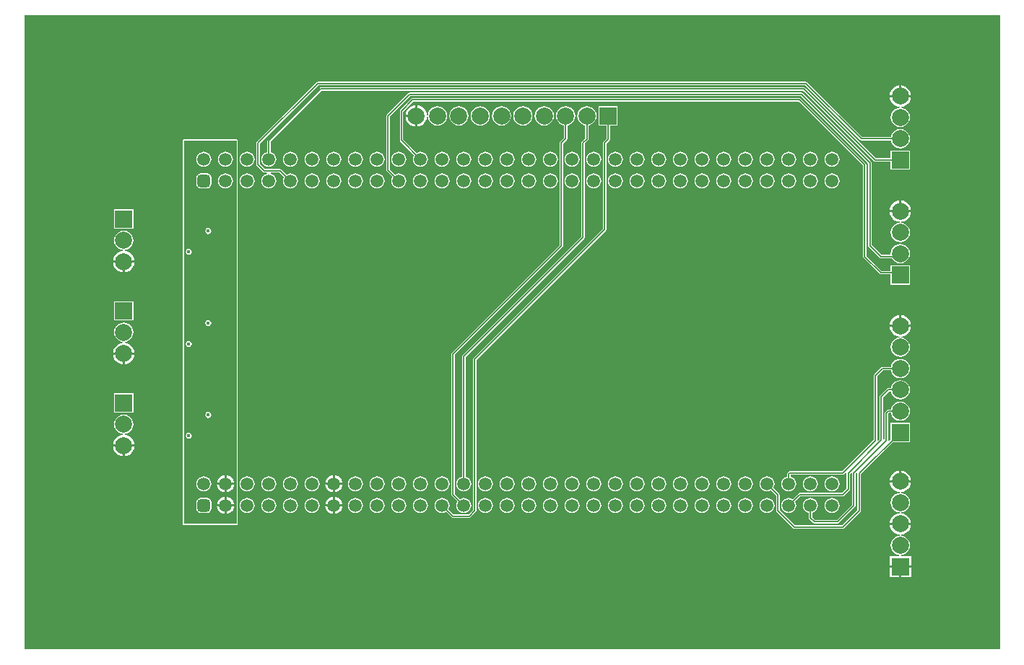
<source format=gbl>
G04*
G04 #@! TF.GenerationSoftware,Altium Limited,Altium Designer,26.1.1 (7)*
G04*
G04 Layer_Physical_Order=4*
G04 Layer_Color=16711680*
%FSLAX44Y44*%
%MOMM*%
G71*
G04*
G04 #@! TF.SameCoordinates,7EB17011-9BD8-4836-8CA9-2E48C2DE07D4*
G04*
G04*
G04 #@! TF.FilePolarity,Positive*
G04*
G01*
G75*
%ADD29C,0.1500*%
%ADD30C,1.5000*%
G04:AMPARAMS|DCode=31|XSize=1.5mm|YSize=1.5mm|CornerRadius=0.375mm|HoleSize=0mm|Usage=FLASHONLY|Rotation=0.000|XOffset=0mm|YOffset=0mm|HoleType=Round|Shape=RoundedRectangle|*
%AMROUNDEDRECTD31*
21,1,1.5000,0.7500,0,0,0.0*
21,1,0.7500,1.5000,0,0,0.0*
1,1,0.7500,0.3750,-0.3750*
1,1,0.7500,-0.3750,-0.3750*
1,1,0.7500,-0.3750,0.3750*
1,1,0.7500,0.3750,0.3750*
%
%ADD31ROUNDEDRECTD31*%
%ADD32C,2.0000*%
%ADD33R,2.0000X2.0000*%
%ADD34R,2.0000X2.0000*%
%ADD35C,6.0000*%
%ADD36C,3.0000*%
%ADD37C,0.4500*%
G36*
X1146941Y3059D02*
X3058D01*
X3058Y746941D01*
X1146941D01*
X1146941Y3059D01*
D02*
G37*
%LPC*%
G36*
X1031270Y664781D02*
Y653570D01*
X1042481D01*
X1042217Y655574D01*
X1040954Y658624D01*
X1038943Y661244D01*
X1036324Y663254D01*
X1033273Y664517D01*
X1031270Y664781D01*
D02*
G37*
G36*
X1028730Y664781D02*
X1026726Y664517D01*
X1023676Y663254D01*
X1021056Y661244D01*
X1019046Y658624D01*
X1017783Y655574D01*
X1017519Y653570D01*
X1028730D01*
Y664781D01*
D02*
G37*
G36*
X461230Y641481D02*
X459226Y641217D01*
X456176Y639954D01*
X453556Y637944D01*
X451546Y635324D01*
X450283Y632274D01*
X450019Y630270D01*
X461230D01*
Y641481D01*
D02*
G37*
G36*
X612500Y640347D02*
X609563Y639960D01*
X606826Y638827D01*
X604476Y637024D01*
X602673Y634674D01*
X601539Y631937D01*
X601153Y629000D01*
X601539Y626063D01*
X602673Y623326D01*
X604476Y620976D01*
X606826Y619173D01*
X609563Y618040D01*
X612500Y617653D01*
X615437Y618040D01*
X618173Y619173D01*
X620523Y620976D01*
X622327Y623326D01*
X623460Y626063D01*
X623847Y629000D01*
X623460Y631937D01*
X622327Y634674D01*
X620523Y637024D01*
X618173Y638827D01*
X615437Y639960D01*
X612500Y640347D01*
D02*
G37*
G36*
X587500D02*
X584563Y639960D01*
X581826Y638827D01*
X579476Y637024D01*
X577673Y634674D01*
X576539Y631937D01*
X576153Y629000D01*
X576539Y626063D01*
X577673Y623326D01*
X579476Y620976D01*
X581826Y619173D01*
X584563Y618040D01*
X587500Y617653D01*
X590437Y618040D01*
X593173Y619173D01*
X595523Y620976D01*
X597327Y623326D01*
X598460Y626063D01*
X598847Y629000D01*
X598460Y631937D01*
X597327Y634674D01*
X595523Y637024D01*
X593173Y638827D01*
X590437Y639960D01*
X587500Y640347D01*
D02*
G37*
G36*
X562500D02*
X559563Y639960D01*
X556826Y638827D01*
X554476Y637024D01*
X552673Y634674D01*
X551539Y631937D01*
X551153Y629000D01*
X551539Y626063D01*
X552673Y623326D01*
X554476Y620976D01*
X556826Y619173D01*
X559563Y618040D01*
X562500Y617653D01*
X565437Y618040D01*
X568173Y619173D01*
X570523Y620976D01*
X572327Y623326D01*
X573460Y626063D01*
X573847Y629000D01*
X573460Y631937D01*
X572327Y634674D01*
X570523Y637024D01*
X568173Y638827D01*
X565437Y639960D01*
X562500Y640347D01*
D02*
G37*
G36*
X537500D02*
X534563Y639960D01*
X531826Y638827D01*
X529476Y637024D01*
X527673Y634674D01*
X526539Y631937D01*
X526153Y629000D01*
X526539Y626063D01*
X527673Y623326D01*
X529476Y620976D01*
X531826Y619173D01*
X534563Y618040D01*
X537500Y617653D01*
X540437Y618040D01*
X543173Y619173D01*
X545523Y620976D01*
X547327Y623326D01*
X548460Y626063D01*
X548847Y629000D01*
X548460Y631937D01*
X547327Y634674D01*
X545523Y637024D01*
X543173Y638827D01*
X540437Y639960D01*
X537500Y640347D01*
D02*
G37*
G36*
X512500D02*
X509563Y639960D01*
X506826Y638827D01*
X504476Y637024D01*
X502673Y634674D01*
X501539Y631937D01*
X501153Y629000D01*
X501539Y626063D01*
X502673Y623326D01*
X504476Y620976D01*
X506826Y619173D01*
X509563Y618040D01*
X512500Y617653D01*
X515437Y618040D01*
X518173Y619173D01*
X520523Y620976D01*
X522327Y623326D01*
X523460Y626063D01*
X523847Y629000D01*
X523460Y631937D01*
X522327Y634674D01*
X520523Y637024D01*
X518173Y638827D01*
X515437Y639960D01*
X512500Y640347D01*
D02*
G37*
G36*
X463770Y641481D02*
Y629000D01*
X462500D01*
D01*
X463770D01*
Y616519D01*
X465773Y616783D01*
X468824Y618046D01*
X471443Y620056D01*
X473453Y622676D01*
X474717Y625726D01*
X475020Y628027D01*
X476281D01*
X476539Y626063D01*
X477673Y623326D01*
X479476Y620976D01*
X481826Y619173D01*
X484563Y618040D01*
X487500Y617653D01*
X490437Y618040D01*
X493173Y619173D01*
X495523Y620976D01*
X497327Y623326D01*
X498460Y626063D01*
X498847Y629000D01*
X498460Y631937D01*
X497327Y634674D01*
X495523Y637024D01*
X493173Y638827D01*
X490437Y639960D01*
X487500Y640347D01*
X484563Y639960D01*
X481826Y638827D01*
X479476Y637024D01*
X477673Y634674D01*
X476539Y631937D01*
X476281Y629973D01*
X475020D01*
X474717Y632274D01*
X473453Y635324D01*
X471443Y637944D01*
X468824Y639954D01*
X465773Y641217D01*
X463770Y641481D01*
D02*
G37*
G36*
X461230Y627730D02*
X450019D01*
X450283Y625726D01*
X451546Y622676D01*
X453556Y620056D01*
X456176Y618046D01*
X459226Y616783D01*
X461230Y616519D01*
Y627730D01*
D02*
G37*
G36*
X1042481Y651030D02*
X1030000D01*
X1017519D01*
X1017783Y649026D01*
X1019046Y645976D01*
X1021056Y643356D01*
X1023676Y641346D01*
X1026726Y640083D01*
X1029027Y639780D01*
Y638519D01*
X1027063Y638260D01*
X1024326Y637127D01*
X1021976Y635324D01*
X1020173Y632974D01*
X1019039Y630237D01*
X1018653Y627300D01*
X1019039Y624363D01*
X1020173Y621626D01*
X1021976Y619276D01*
X1024326Y617473D01*
X1027063Y616339D01*
X1030000Y615953D01*
X1032937Y616339D01*
X1035673Y617473D01*
X1038024Y619276D01*
X1039827Y621626D01*
X1040960Y624363D01*
X1041347Y627300D01*
X1040960Y630237D01*
X1039827Y632974D01*
X1038024Y635324D01*
X1035673Y637127D01*
X1032937Y638260D01*
X1030973Y638519D01*
Y639780D01*
X1033273Y640083D01*
X1036324Y641346D01*
X1038943Y643356D01*
X1040954Y645976D01*
X1042217Y649026D01*
X1042481Y651030D01*
D02*
G37*
G36*
X346700Y669089D02*
X345919Y668934D01*
X345258Y668492D01*
X345258Y668492D01*
X275458Y598692D01*
X275016Y598030D01*
X274861Y597250D01*
Y571850D01*
X275016Y571070D01*
X275458Y570408D01*
X282691Y563175D01*
X283353Y562733D01*
X284133Y562578D01*
X287255D01*
X287337Y561328D01*
X287316Y561325D01*
X285187Y560443D01*
X283359Y559041D01*
X281957Y557213D01*
X281075Y555084D01*
X280774Y552800D01*
X281075Y550516D01*
X281957Y548387D01*
X283359Y546559D01*
X285187Y545157D01*
X287316Y544275D01*
X289600Y543974D01*
X291884Y544275D01*
X294013Y545157D01*
X295840Y546559D01*
X297243Y548387D01*
X298125Y550516D01*
X298425Y552800D01*
X298125Y555084D01*
X297243Y557213D01*
X295840Y559041D01*
X294013Y560443D01*
X291884Y561325D01*
X291862Y561328D01*
X291944Y562578D01*
X302338D01*
X307507Y557409D01*
X307357Y557213D01*
X306475Y555084D01*
X306174Y552800D01*
X306475Y550516D01*
X307357Y548387D01*
X308759Y546559D01*
X310587Y545157D01*
X312716Y544275D01*
X315000Y543974D01*
X317284Y544275D01*
X319412Y545157D01*
X321240Y546559D01*
X322643Y548387D01*
X323525Y550516D01*
X323825Y552800D01*
X323525Y555084D01*
X322643Y557213D01*
X321240Y559041D01*
X319412Y560443D01*
X317284Y561325D01*
X315000Y561626D01*
X312716Y561325D01*
X310587Y560443D01*
X310391Y560293D01*
X304625Y566059D01*
X303963Y566501D01*
X303183Y566656D01*
X284978D01*
X278939Y572695D01*
Y596405D01*
X347544Y665011D01*
X918590D01*
X982743Y600858D01*
X983404Y600416D01*
X984185Y600261D01*
X1018921D01*
X1019039Y599363D01*
X1020173Y596626D01*
X1021976Y594276D01*
X1024326Y592473D01*
X1027063Y591339D01*
X1030000Y590953D01*
X1032937Y591339D01*
X1035673Y592473D01*
X1038024Y594276D01*
X1039827Y596626D01*
X1040960Y599363D01*
X1041347Y602300D01*
X1040960Y605237D01*
X1039827Y607974D01*
X1038024Y610324D01*
X1035673Y612127D01*
X1032937Y613260D01*
X1030000Y613647D01*
X1027063Y613260D01*
X1024326Y612127D01*
X1021976Y610324D01*
X1020173Y607974D01*
X1019039Y605237D01*
X1018921Y604339D01*
X985029D01*
X920877Y668492D01*
X920215Y668934D01*
X919435Y669089D01*
X346700D01*
X346700Y669089D01*
D02*
G37*
G36*
X950000Y587025D02*
X947716Y586725D01*
X945587Y585843D01*
X943759Y584441D01*
X942357Y582613D01*
X941475Y580484D01*
X941174Y578200D01*
X941475Y575916D01*
X942357Y573787D01*
X943759Y571959D01*
X945587Y570557D01*
X947716Y569675D01*
X950000Y569375D01*
X952284Y569675D01*
X954413Y570557D01*
X956240Y571959D01*
X957643Y573787D01*
X958525Y575916D01*
X958825Y578200D01*
X958525Y580484D01*
X957643Y582613D01*
X956240Y584441D01*
X954413Y585843D01*
X952284Y586725D01*
X950000Y587025D01*
D02*
G37*
G36*
X924600D02*
X922316Y586725D01*
X920187Y585843D01*
X918359Y584441D01*
X916957Y582613D01*
X916075Y580484D01*
X915774Y578200D01*
X916075Y575916D01*
X916957Y573787D01*
X918359Y571959D01*
X920187Y570557D01*
X922316Y569675D01*
X924600Y569375D01*
X926884Y569675D01*
X929013Y570557D01*
X930840Y571959D01*
X932243Y573787D01*
X933125Y575916D01*
X933425Y578200D01*
X933125Y580484D01*
X932243Y582613D01*
X930840Y584441D01*
X929013Y585843D01*
X926884Y586725D01*
X924600Y587025D01*
D02*
G37*
G36*
X899200D02*
X896916Y586725D01*
X894787Y585843D01*
X892959Y584441D01*
X891557Y582613D01*
X890675Y580484D01*
X890374Y578200D01*
X890675Y575916D01*
X891557Y573787D01*
X892959Y571959D01*
X894787Y570557D01*
X896916Y569675D01*
X899200Y569375D01*
X901484Y569675D01*
X903613Y570557D01*
X905440Y571959D01*
X906843Y573787D01*
X907725Y575916D01*
X908025Y578200D01*
X907725Y580484D01*
X906843Y582613D01*
X905440Y584441D01*
X903613Y585843D01*
X901484Y586725D01*
X899200Y587025D01*
D02*
G37*
G36*
X873800D02*
X871516Y586725D01*
X869387Y585843D01*
X867559Y584441D01*
X866157Y582613D01*
X865275Y580484D01*
X864974Y578200D01*
X865275Y575916D01*
X866157Y573787D01*
X867559Y571959D01*
X869387Y570557D01*
X871516Y569675D01*
X873800Y569375D01*
X876084Y569675D01*
X878213Y570557D01*
X880040Y571959D01*
X881443Y573787D01*
X882325Y575916D01*
X882625Y578200D01*
X882325Y580484D01*
X881443Y582613D01*
X880040Y584441D01*
X878213Y585843D01*
X876084Y586725D01*
X873800Y587025D01*
D02*
G37*
G36*
X848400D02*
X846116Y586725D01*
X843987Y585843D01*
X842159Y584441D01*
X840757Y582613D01*
X839875Y580484D01*
X839574Y578200D01*
X839875Y575916D01*
X840757Y573787D01*
X842159Y571959D01*
X843987Y570557D01*
X846116Y569675D01*
X848400Y569375D01*
X850684Y569675D01*
X852812Y570557D01*
X854640Y571959D01*
X856043Y573787D01*
X856925Y575916D01*
X857225Y578200D01*
X856925Y580484D01*
X856043Y582613D01*
X854640Y584441D01*
X852812Y585843D01*
X850684Y586725D01*
X848400Y587025D01*
D02*
G37*
G36*
X823000D02*
X820716Y586725D01*
X818587Y585843D01*
X816759Y584441D01*
X815357Y582613D01*
X814475Y580484D01*
X814174Y578200D01*
X814475Y575916D01*
X815357Y573787D01*
X816759Y571959D01*
X818587Y570557D01*
X820716Y569675D01*
X823000Y569375D01*
X825284Y569675D01*
X827412Y570557D01*
X829240Y571959D01*
X830643Y573787D01*
X831525Y575916D01*
X831825Y578200D01*
X831525Y580484D01*
X830643Y582613D01*
X829240Y584441D01*
X827412Y585843D01*
X825284Y586725D01*
X823000Y587025D01*
D02*
G37*
G36*
X797600D02*
X795316Y586725D01*
X793187Y585843D01*
X791359Y584441D01*
X789957Y582613D01*
X789075Y580484D01*
X788774Y578200D01*
X789075Y575916D01*
X789957Y573787D01*
X791359Y571959D01*
X793187Y570557D01*
X795316Y569675D01*
X797600Y569375D01*
X799884Y569675D01*
X802012Y570557D01*
X803840Y571959D01*
X805243Y573787D01*
X806125Y575916D01*
X806425Y578200D01*
X806125Y580484D01*
X805243Y582613D01*
X803840Y584441D01*
X802012Y585843D01*
X799884Y586725D01*
X797600Y587025D01*
D02*
G37*
G36*
X772200D02*
X769916Y586725D01*
X767787Y585843D01*
X765959Y584441D01*
X764557Y582613D01*
X763675Y580484D01*
X763374Y578200D01*
X763675Y575916D01*
X764557Y573787D01*
X765959Y571959D01*
X767787Y570557D01*
X769916Y569675D01*
X772200Y569375D01*
X774484Y569675D01*
X776612Y570557D01*
X778440Y571959D01*
X779843Y573787D01*
X780725Y575916D01*
X781025Y578200D01*
X780725Y580484D01*
X779843Y582613D01*
X778440Y584441D01*
X776612Y585843D01*
X774484Y586725D01*
X772200Y587025D01*
D02*
G37*
G36*
X746800D02*
X744516Y586725D01*
X742387Y585843D01*
X740559Y584441D01*
X739157Y582613D01*
X738275Y580484D01*
X737974Y578200D01*
X738275Y575916D01*
X739157Y573787D01*
X740559Y571959D01*
X742387Y570557D01*
X744516Y569675D01*
X746800Y569375D01*
X749084Y569675D01*
X751212Y570557D01*
X753040Y571959D01*
X754443Y573787D01*
X755325Y575916D01*
X755625Y578200D01*
X755325Y580484D01*
X754443Y582613D01*
X753040Y584441D01*
X751212Y585843D01*
X749084Y586725D01*
X746800Y587025D01*
D02*
G37*
G36*
X721400D02*
X719116Y586725D01*
X716987Y585843D01*
X715159Y584441D01*
X713757Y582613D01*
X712875Y580484D01*
X712574Y578200D01*
X712875Y575916D01*
X713757Y573787D01*
X715159Y571959D01*
X716987Y570557D01*
X719116Y569675D01*
X721400Y569375D01*
X723684Y569675D01*
X725813Y570557D01*
X727640Y571959D01*
X729043Y573787D01*
X729925Y575916D01*
X730225Y578200D01*
X729925Y580484D01*
X729043Y582613D01*
X727640Y584441D01*
X725813Y585843D01*
X723684Y586725D01*
X721400Y587025D01*
D02*
G37*
G36*
X696000D02*
X693716Y586725D01*
X691587Y585843D01*
X689759Y584441D01*
X688357Y582613D01*
X687475Y580484D01*
X687174Y578200D01*
X687475Y575916D01*
X688357Y573787D01*
X689759Y571959D01*
X691587Y570557D01*
X693716Y569675D01*
X696000Y569375D01*
X698284Y569675D01*
X700413Y570557D01*
X702240Y571959D01*
X703643Y573787D01*
X704525Y575916D01*
X704825Y578200D01*
X704525Y580484D01*
X703643Y582613D01*
X702240Y584441D01*
X700413Y585843D01*
X698284Y586725D01*
X696000Y587025D01*
D02*
G37*
G36*
X670600D02*
X668316Y586725D01*
X666187Y585843D01*
X664359Y584441D01*
X662957Y582613D01*
X662075Y580484D01*
X661774Y578200D01*
X662075Y575916D01*
X662957Y573787D01*
X664359Y571959D01*
X666187Y570557D01*
X668316Y569675D01*
X670600Y569375D01*
X672884Y569675D01*
X675013Y570557D01*
X676840Y571959D01*
X678243Y573787D01*
X679125Y575916D01*
X679425Y578200D01*
X679125Y580484D01*
X678243Y582613D01*
X676840Y584441D01*
X675013Y585843D01*
X672884Y586725D01*
X670600Y587025D01*
D02*
G37*
G36*
X645200D02*
X642916Y586725D01*
X640787Y585843D01*
X638959Y584441D01*
X637557Y582613D01*
X636675Y580484D01*
X636374Y578200D01*
X636675Y575916D01*
X637557Y573787D01*
X638959Y571959D01*
X640787Y570557D01*
X642916Y569675D01*
X645200Y569375D01*
X647484Y569675D01*
X649613Y570557D01*
X651440Y571959D01*
X652843Y573787D01*
X653725Y575916D01*
X654025Y578200D01*
X653725Y580484D01*
X652843Y582613D01*
X651440Y584441D01*
X649613Y585843D01*
X647484Y586725D01*
X645200Y587025D01*
D02*
G37*
G36*
X619800D02*
X617516Y586725D01*
X615387Y585843D01*
X613559Y584441D01*
X612157Y582613D01*
X611275Y580484D01*
X610974Y578200D01*
X611275Y575916D01*
X612157Y573787D01*
X613559Y571959D01*
X615387Y570557D01*
X617516Y569675D01*
X619800Y569375D01*
X622084Y569675D01*
X624212Y570557D01*
X626040Y571959D01*
X627443Y573787D01*
X628325Y575916D01*
X628625Y578200D01*
X628325Y580484D01*
X627443Y582613D01*
X626040Y584441D01*
X624212Y585843D01*
X622084Y586725D01*
X619800Y587025D01*
D02*
G37*
G36*
X594400D02*
X592116Y586725D01*
X589987Y585843D01*
X588159Y584441D01*
X586757Y582613D01*
X585875Y580484D01*
X585574Y578200D01*
X585875Y575916D01*
X586757Y573787D01*
X588159Y571959D01*
X589987Y570557D01*
X592116Y569675D01*
X594400Y569375D01*
X596684Y569675D01*
X598812Y570557D01*
X600640Y571959D01*
X602043Y573787D01*
X602925Y575916D01*
X603225Y578200D01*
X602925Y580484D01*
X602043Y582613D01*
X600640Y584441D01*
X598812Y585843D01*
X596684Y586725D01*
X594400Y587025D01*
D02*
G37*
G36*
X569000D02*
X566716Y586725D01*
X564587Y585843D01*
X562759Y584441D01*
X561357Y582613D01*
X560475Y580484D01*
X560174Y578200D01*
X560475Y575916D01*
X561357Y573787D01*
X562759Y571959D01*
X564587Y570557D01*
X566716Y569675D01*
X569000Y569375D01*
X571284Y569675D01*
X573413Y570557D01*
X575240Y571959D01*
X576643Y573787D01*
X577525Y575916D01*
X577825Y578200D01*
X577525Y580484D01*
X576643Y582613D01*
X575240Y584441D01*
X573413Y585843D01*
X571284Y586725D01*
X569000Y587025D01*
D02*
G37*
G36*
X543600D02*
X541316Y586725D01*
X539187Y585843D01*
X537359Y584441D01*
X535957Y582613D01*
X535075Y580484D01*
X534774Y578200D01*
X535075Y575916D01*
X535957Y573787D01*
X537359Y571959D01*
X539187Y570557D01*
X541316Y569675D01*
X543600Y569375D01*
X545884Y569675D01*
X548013Y570557D01*
X549840Y571959D01*
X551243Y573787D01*
X552125Y575916D01*
X552425Y578200D01*
X552125Y580484D01*
X551243Y582613D01*
X549840Y584441D01*
X548013Y585843D01*
X545884Y586725D01*
X543600Y587025D01*
D02*
G37*
G36*
X518200D02*
X515916Y586725D01*
X513787Y585843D01*
X511959Y584441D01*
X510557Y582613D01*
X509675Y580484D01*
X509374Y578200D01*
X509675Y575916D01*
X510557Y573787D01*
X511959Y571959D01*
X513787Y570557D01*
X515916Y569675D01*
X518200Y569375D01*
X520484Y569675D01*
X522612Y570557D01*
X524440Y571959D01*
X525843Y573787D01*
X526725Y575916D01*
X527025Y578200D01*
X526725Y580484D01*
X525843Y582613D01*
X524440Y584441D01*
X522612Y585843D01*
X520484Y586725D01*
X518200Y587025D01*
D02*
G37*
G36*
X492800D02*
X490516Y586725D01*
X488387Y585843D01*
X486559Y584441D01*
X485157Y582613D01*
X484275Y580484D01*
X483974Y578200D01*
X484275Y575916D01*
X485157Y573787D01*
X486559Y571959D01*
X488387Y570557D01*
X490516Y569675D01*
X492800Y569375D01*
X495084Y569675D01*
X497212Y570557D01*
X499040Y571959D01*
X500443Y573787D01*
X501325Y575916D01*
X501625Y578200D01*
X501325Y580484D01*
X500443Y582613D01*
X499040Y584441D01*
X497212Y585843D01*
X495084Y586725D01*
X492800Y587025D01*
D02*
G37*
G36*
X442000D02*
X439716Y586725D01*
X437587Y585843D01*
X435759Y584441D01*
X434357Y582613D01*
X433475Y580484D01*
X433174Y578200D01*
X433475Y575916D01*
X434357Y573787D01*
X435759Y571959D01*
X437587Y570557D01*
X439716Y569675D01*
X442000Y569375D01*
X444284Y569675D01*
X446413Y570557D01*
X448240Y571959D01*
X449643Y573787D01*
X450525Y575916D01*
X450825Y578200D01*
X450525Y580484D01*
X449643Y582613D01*
X448240Y584441D01*
X446413Y585843D01*
X444284Y586725D01*
X442000Y587025D01*
D02*
G37*
G36*
X416600D02*
X414316Y586725D01*
X412187Y585843D01*
X410359Y584441D01*
X408957Y582613D01*
X408075Y580484D01*
X407774Y578200D01*
X408075Y575916D01*
X408957Y573787D01*
X410359Y571959D01*
X412187Y570557D01*
X414316Y569675D01*
X416600Y569375D01*
X418884Y569675D01*
X421012Y570557D01*
X422840Y571959D01*
X424243Y573787D01*
X425125Y575916D01*
X425425Y578200D01*
X425125Y580484D01*
X424243Y582613D01*
X422840Y584441D01*
X421012Y585843D01*
X418884Y586725D01*
X416600Y587025D01*
D02*
G37*
G36*
X391200D02*
X388916Y586725D01*
X386787Y585843D01*
X384959Y584441D01*
X383557Y582613D01*
X382675Y580484D01*
X382374Y578200D01*
X382675Y575916D01*
X383557Y573787D01*
X384959Y571959D01*
X386787Y570557D01*
X388916Y569675D01*
X391200Y569375D01*
X393484Y569675D01*
X395612Y570557D01*
X397440Y571959D01*
X398843Y573787D01*
X399725Y575916D01*
X400025Y578200D01*
X399725Y580484D01*
X398843Y582613D01*
X397440Y584441D01*
X395612Y585843D01*
X393484Y586725D01*
X391200Y587025D01*
D02*
G37*
G36*
X365800D02*
X363516Y586725D01*
X361387Y585843D01*
X359559Y584441D01*
X358157Y582613D01*
X357275Y580484D01*
X356974Y578200D01*
X357275Y575916D01*
X358157Y573787D01*
X359559Y571959D01*
X361387Y570557D01*
X363516Y569675D01*
X365800Y569375D01*
X368084Y569675D01*
X370213Y570557D01*
X372040Y571959D01*
X373443Y573787D01*
X374325Y575916D01*
X374625Y578200D01*
X374325Y580484D01*
X373443Y582613D01*
X372040Y584441D01*
X370213Y585843D01*
X368084Y586725D01*
X365800Y587025D01*
D02*
G37*
G36*
X340400D02*
X338116Y586725D01*
X335987Y585843D01*
X334159Y584441D01*
X332757Y582613D01*
X331875Y580484D01*
X331574Y578200D01*
X331875Y575916D01*
X332757Y573787D01*
X334159Y571959D01*
X335987Y570557D01*
X338116Y569675D01*
X340400Y569375D01*
X342684Y569675D01*
X344813Y570557D01*
X346640Y571959D01*
X348043Y573787D01*
X348925Y575916D01*
X349225Y578200D01*
X348925Y580484D01*
X348043Y582613D01*
X346640Y584441D01*
X344813Y585843D01*
X342684Y586725D01*
X340400Y587025D01*
D02*
G37*
G36*
X315000D02*
X312716Y586725D01*
X310587Y585843D01*
X308759Y584441D01*
X307357Y582613D01*
X306475Y580484D01*
X306174Y578200D01*
X306475Y575916D01*
X307357Y573787D01*
X308759Y571959D01*
X310587Y570557D01*
X312716Y569675D01*
X315000Y569375D01*
X317284Y569675D01*
X319412Y570557D01*
X321240Y571959D01*
X322643Y573787D01*
X323525Y575916D01*
X323825Y578200D01*
X323525Y580484D01*
X322643Y582613D01*
X321240Y584441D01*
X319412Y585843D01*
X317284Y586725D01*
X315000Y587025D01*
D02*
G37*
G36*
X264200D02*
X261916Y586725D01*
X259787Y585843D01*
X257959Y584441D01*
X256557Y582613D01*
X255675Y580484D01*
X255374Y578200D01*
X255675Y575916D01*
X256557Y573787D01*
X257959Y571959D01*
X259787Y570557D01*
X261916Y569675D01*
X264200Y569375D01*
X266484Y569675D01*
X268612Y570557D01*
X270440Y571959D01*
X271843Y573787D01*
X272725Y575916D01*
X273025Y578200D01*
X272725Y580484D01*
X271843Y582613D01*
X270440Y584441D01*
X268612Y585843D01*
X266484Y586725D01*
X264200Y587025D01*
D02*
G37*
G36*
X350700Y662739D02*
X349919Y662584D01*
X349258Y662142D01*
X349258Y662142D01*
X288158Y601042D01*
X287716Y600380D01*
X287561Y599600D01*
Y586757D01*
X287316Y586725D01*
X285187Y585843D01*
X283359Y584441D01*
X281957Y582613D01*
X281075Y580484D01*
X280774Y578200D01*
X281075Y575916D01*
X281957Y573787D01*
X283359Y571959D01*
X285187Y570557D01*
X287316Y569675D01*
X289600Y569375D01*
X291884Y569675D01*
X294013Y570557D01*
X295840Y571959D01*
X297243Y573787D01*
X298125Y575916D01*
X298425Y578200D01*
X298125Y580484D01*
X297243Y582613D01*
X295840Y584441D01*
X294013Y585843D01*
X291884Y586725D01*
X291639Y586757D01*
Y598755D01*
X351544Y658661D01*
X915960D01*
X998762Y575858D01*
X998763Y575858D01*
X999424Y575416D01*
X1000204Y575261D01*
X1018750D01*
Y566050D01*
X1041250D01*
Y588550D01*
X1018750D01*
Y579339D01*
X1001049D01*
X918246Y662142D01*
X917585Y662584D01*
X916804Y662739D01*
X350700D01*
X350700Y662739D01*
D02*
G37*
G36*
X950000Y561626D02*
X947716Y561325D01*
X945587Y560443D01*
X943759Y559041D01*
X942357Y557213D01*
X941475Y555084D01*
X941174Y552800D01*
X941475Y550516D01*
X942357Y548387D01*
X943759Y546559D01*
X945587Y545157D01*
X947716Y544275D01*
X950000Y543974D01*
X952284Y544275D01*
X954413Y545157D01*
X956240Y546559D01*
X957643Y548387D01*
X958525Y550516D01*
X958825Y552800D01*
X958525Y555084D01*
X957643Y557213D01*
X956240Y559041D01*
X954413Y560443D01*
X952284Y561325D01*
X950000Y561626D01*
D02*
G37*
G36*
X924600D02*
X922316Y561325D01*
X920187Y560443D01*
X918359Y559041D01*
X916957Y557213D01*
X916075Y555084D01*
X915774Y552800D01*
X916075Y550516D01*
X916957Y548387D01*
X918359Y546559D01*
X920187Y545157D01*
X922316Y544275D01*
X924600Y543974D01*
X926884Y544275D01*
X929013Y545157D01*
X930840Y546559D01*
X932243Y548387D01*
X933125Y550516D01*
X933425Y552800D01*
X933125Y555084D01*
X932243Y557213D01*
X930840Y559041D01*
X929013Y560443D01*
X926884Y561325D01*
X924600Y561626D01*
D02*
G37*
G36*
X899200D02*
X896916Y561325D01*
X894787Y560443D01*
X892959Y559041D01*
X891557Y557213D01*
X890675Y555084D01*
X890374Y552800D01*
X890675Y550516D01*
X891557Y548387D01*
X892959Y546559D01*
X894787Y545157D01*
X896916Y544275D01*
X899200Y543974D01*
X901484Y544275D01*
X903613Y545157D01*
X905440Y546559D01*
X906843Y548387D01*
X907725Y550516D01*
X908025Y552800D01*
X907725Y555084D01*
X906843Y557213D01*
X905440Y559041D01*
X903613Y560443D01*
X901484Y561325D01*
X899200Y561626D01*
D02*
G37*
G36*
X873800D02*
X871516Y561325D01*
X869387Y560443D01*
X867559Y559041D01*
X866157Y557213D01*
X865275Y555084D01*
X864974Y552800D01*
X865275Y550516D01*
X866157Y548387D01*
X867559Y546559D01*
X869387Y545157D01*
X871516Y544275D01*
X873800Y543974D01*
X876084Y544275D01*
X878213Y545157D01*
X880040Y546559D01*
X881443Y548387D01*
X882325Y550516D01*
X882625Y552800D01*
X882325Y555084D01*
X881443Y557213D01*
X880040Y559041D01*
X878213Y560443D01*
X876084Y561325D01*
X873800Y561626D01*
D02*
G37*
G36*
X848400D02*
X846116Y561325D01*
X843987Y560443D01*
X842159Y559041D01*
X840757Y557213D01*
X839875Y555084D01*
X839574Y552800D01*
X839875Y550516D01*
X840757Y548387D01*
X842159Y546559D01*
X843987Y545157D01*
X846116Y544275D01*
X848400Y543974D01*
X850684Y544275D01*
X852812Y545157D01*
X854640Y546559D01*
X856043Y548387D01*
X856925Y550516D01*
X857225Y552800D01*
X856925Y555084D01*
X856043Y557213D01*
X854640Y559041D01*
X852812Y560443D01*
X850684Y561325D01*
X848400Y561626D01*
D02*
G37*
G36*
X823000D02*
X820716Y561325D01*
X818587Y560443D01*
X816759Y559041D01*
X815357Y557213D01*
X814475Y555084D01*
X814174Y552800D01*
X814475Y550516D01*
X815357Y548387D01*
X816759Y546559D01*
X818587Y545157D01*
X820716Y544275D01*
X823000Y543974D01*
X825284Y544275D01*
X827412Y545157D01*
X829240Y546559D01*
X830643Y548387D01*
X831525Y550516D01*
X831825Y552800D01*
X831525Y555084D01*
X830643Y557213D01*
X829240Y559041D01*
X827412Y560443D01*
X825284Y561325D01*
X823000Y561626D01*
D02*
G37*
G36*
X797600D02*
X795316Y561325D01*
X793187Y560443D01*
X791359Y559041D01*
X789957Y557213D01*
X789075Y555084D01*
X788774Y552800D01*
X789075Y550516D01*
X789957Y548387D01*
X791359Y546559D01*
X793187Y545157D01*
X795316Y544275D01*
X797600Y543974D01*
X799884Y544275D01*
X802012Y545157D01*
X803840Y546559D01*
X805243Y548387D01*
X806125Y550516D01*
X806425Y552800D01*
X806125Y555084D01*
X805243Y557213D01*
X803840Y559041D01*
X802012Y560443D01*
X799884Y561325D01*
X797600Y561626D01*
D02*
G37*
G36*
X772200D02*
X769916Y561325D01*
X767787Y560443D01*
X765959Y559041D01*
X764557Y557213D01*
X763675Y555084D01*
X763374Y552800D01*
X763675Y550516D01*
X764557Y548387D01*
X765959Y546559D01*
X767787Y545157D01*
X769916Y544275D01*
X772200Y543974D01*
X774484Y544275D01*
X776612Y545157D01*
X778440Y546559D01*
X779843Y548387D01*
X780725Y550516D01*
X781025Y552800D01*
X780725Y555084D01*
X779843Y557213D01*
X778440Y559041D01*
X776612Y560443D01*
X774484Y561325D01*
X772200Y561626D01*
D02*
G37*
G36*
X746800D02*
X744516Y561325D01*
X742387Y560443D01*
X740559Y559041D01*
X739157Y557213D01*
X738275Y555084D01*
X737974Y552800D01*
X738275Y550516D01*
X739157Y548387D01*
X740559Y546559D01*
X742387Y545157D01*
X744516Y544275D01*
X746800Y543974D01*
X749084Y544275D01*
X751212Y545157D01*
X753040Y546559D01*
X754443Y548387D01*
X755325Y550516D01*
X755625Y552800D01*
X755325Y555084D01*
X754443Y557213D01*
X753040Y559041D01*
X751212Y560443D01*
X749084Y561325D01*
X746800Y561626D01*
D02*
G37*
G36*
X721400D02*
X719116Y561325D01*
X716987Y560443D01*
X715159Y559041D01*
X713757Y557213D01*
X712875Y555084D01*
X712574Y552800D01*
X712875Y550516D01*
X713757Y548387D01*
X715159Y546559D01*
X716987Y545157D01*
X719116Y544275D01*
X721400Y543974D01*
X723684Y544275D01*
X725813Y545157D01*
X727640Y546559D01*
X729043Y548387D01*
X729925Y550516D01*
X730225Y552800D01*
X729925Y555084D01*
X729043Y557213D01*
X727640Y559041D01*
X725813Y560443D01*
X723684Y561325D01*
X721400Y561626D01*
D02*
G37*
G36*
X696000D02*
X693716Y561325D01*
X691587Y560443D01*
X689759Y559041D01*
X688357Y557213D01*
X687475Y555084D01*
X687174Y552800D01*
X687475Y550516D01*
X688357Y548387D01*
X689759Y546559D01*
X691587Y545157D01*
X693716Y544275D01*
X696000Y543974D01*
X698284Y544275D01*
X700413Y545157D01*
X702240Y546559D01*
X703643Y548387D01*
X704525Y550516D01*
X704825Y552800D01*
X704525Y555084D01*
X703643Y557213D01*
X702240Y559041D01*
X700413Y560443D01*
X698284Y561325D01*
X696000Y561626D01*
D02*
G37*
G36*
X670600D02*
X668316Y561325D01*
X666187Y560443D01*
X664359Y559041D01*
X662957Y557213D01*
X662075Y555084D01*
X661774Y552800D01*
X662075Y550516D01*
X662957Y548387D01*
X664359Y546559D01*
X666187Y545157D01*
X668316Y544275D01*
X670600Y543974D01*
X672884Y544275D01*
X675013Y545157D01*
X676840Y546559D01*
X678243Y548387D01*
X679125Y550516D01*
X679425Y552800D01*
X679125Y555084D01*
X678243Y557213D01*
X676840Y559041D01*
X675013Y560443D01*
X672884Y561325D01*
X670600Y561626D01*
D02*
G37*
G36*
X645200D02*
X642916Y561325D01*
X640787Y560443D01*
X638959Y559041D01*
X637557Y557213D01*
X636675Y555084D01*
X636374Y552800D01*
X636675Y550516D01*
X637557Y548387D01*
X638959Y546559D01*
X640787Y545157D01*
X642916Y544275D01*
X645200Y543974D01*
X647484Y544275D01*
X649613Y545157D01*
X651440Y546559D01*
X652843Y548387D01*
X653725Y550516D01*
X654025Y552800D01*
X653725Y555084D01*
X652843Y557213D01*
X651440Y559041D01*
X649613Y560443D01*
X647484Y561325D01*
X645200Y561626D01*
D02*
G37*
G36*
X619800D02*
X617516Y561325D01*
X615387Y560443D01*
X613559Y559041D01*
X612157Y557213D01*
X611275Y555084D01*
X610974Y552800D01*
X611275Y550516D01*
X612157Y548387D01*
X613559Y546559D01*
X615387Y545157D01*
X617516Y544275D01*
X619800Y543974D01*
X622084Y544275D01*
X624212Y545157D01*
X626040Y546559D01*
X627443Y548387D01*
X628325Y550516D01*
X628625Y552800D01*
X628325Y555084D01*
X627443Y557213D01*
X626040Y559041D01*
X624212Y560443D01*
X622084Y561325D01*
X619800Y561626D01*
D02*
G37*
G36*
X594400D02*
X592116Y561325D01*
X589987Y560443D01*
X588159Y559041D01*
X586757Y557213D01*
X585875Y555084D01*
X585574Y552800D01*
X585875Y550516D01*
X586757Y548387D01*
X588159Y546559D01*
X589987Y545157D01*
X592116Y544275D01*
X594400Y543974D01*
X596684Y544275D01*
X598812Y545157D01*
X600640Y546559D01*
X602043Y548387D01*
X602925Y550516D01*
X603225Y552800D01*
X602925Y555084D01*
X602043Y557213D01*
X600640Y559041D01*
X598812Y560443D01*
X596684Y561325D01*
X594400Y561626D01*
D02*
G37*
G36*
X569000D02*
X566716Y561325D01*
X564587Y560443D01*
X562759Y559041D01*
X561357Y557213D01*
X560475Y555084D01*
X560174Y552800D01*
X560475Y550516D01*
X561357Y548387D01*
X562759Y546559D01*
X564587Y545157D01*
X566716Y544275D01*
X569000Y543974D01*
X571284Y544275D01*
X573413Y545157D01*
X575240Y546559D01*
X576643Y548387D01*
X577525Y550516D01*
X577825Y552800D01*
X577525Y555084D01*
X576643Y557213D01*
X575240Y559041D01*
X573413Y560443D01*
X571284Y561325D01*
X569000Y561626D01*
D02*
G37*
G36*
X543600D02*
X541316Y561325D01*
X539187Y560443D01*
X537359Y559041D01*
X535957Y557213D01*
X535075Y555084D01*
X534774Y552800D01*
X535075Y550516D01*
X535957Y548387D01*
X537359Y546559D01*
X539187Y545157D01*
X541316Y544275D01*
X543600Y543974D01*
X545884Y544275D01*
X548013Y545157D01*
X549840Y546559D01*
X551243Y548387D01*
X552125Y550516D01*
X552425Y552800D01*
X552125Y555084D01*
X551243Y557213D01*
X549840Y559041D01*
X548013Y560443D01*
X545884Y561325D01*
X543600Y561626D01*
D02*
G37*
G36*
X518200D02*
X515916Y561325D01*
X513787Y560443D01*
X511959Y559041D01*
X510557Y557213D01*
X509675Y555084D01*
X509374Y552800D01*
X509675Y550516D01*
X510557Y548387D01*
X511959Y546559D01*
X513787Y545157D01*
X515916Y544275D01*
X518200Y543974D01*
X520484Y544275D01*
X522612Y545157D01*
X524440Y546559D01*
X525843Y548387D01*
X526725Y550516D01*
X527025Y552800D01*
X526725Y555084D01*
X525843Y557213D01*
X524440Y559041D01*
X522612Y560443D01*
X520484Y561325D01*
X518200Y561626D01*
D02*
G37*
G36*
X492800D02*
X490516Y561325D01*
X488387Y560443D01*
X486559Y559041D01*
X485157Y557213D01*
X484275Y555084D01*
X483974Y552800D01*
X484275Y550516D01*
X485157Y548387D01*
X486559Y546559D01*
X488387Y545157D01*
X490516Y544275D01*
X492800Y543974D01*
X495084Y544275D01*
X497212Y545157D01*
X499040Y546559D01*
X500443Y548387D01*
X501325Y550516D01*
X501625Y552800D01*
X501325Y555084D01*
X500443Y557213D01*
X499040Y559041D01*
X497212Y560443D01*
X495084Y561325D01*
X492800Y561626D01*
D02*
G37*
G36*
X467400D02*
X465116Y561325D01*
X462987Y560443D01*
X461159Y559041D01*
X459757Y557213D01*
X458875Y555084D01*
X458574Y552800D01*
X458875Y550516D01*
X459757Y548387D01*
X461159Y546559D01*
X462987Y545157D01*
X465116Y544275D01*
X467400Y543974D01*
X469684Y544275D01*
X471813Y545157D01*
X473640Y546559D01*
X475043Y548387D01*
X475925Y550516D01*
X476225Y552800D01*
X475925Y555084D01*
X475043Y557213D01*
X473640Y559041D01*
X471813Y560443D01*
X469684Y561325D01*
X467400Y561626D01*
D02*
G37*
G36*
X416600D02*
X414316Y561325D01*
X412187Y560443D01*
X410359Y559041D01*
X408957Y557213D01*
X408075Y555084D01*
X407774Y552800D01*
X408075Y550516D01*
X408957Y548387D01*
X410359Y546559D01*
X412187Y545157D01*
X414316Y544275D01*
X416600Y543974D01*
X418884Y544275D01*
X421012Y545157D01*
X422840Y546559D01*
X424243Y548387D01*
X425125Y550516D01*
X425425Y552800D01*
X425125Y555084D01*
X424243Y557213D01*
X422840Y559041D01*
X421012Y560443D01*
X418884Y561325D01*
X416600Y561626D01*
D02*
G37*
G36*
X391200D02*
X388916Y561325D01*
X386787Y560443D01*
X384959Y559041D01*
X383557Y557213D01*
X382675Y555084D01*
X382374Y552800D01*
X382675Y550516D01*
X383557Y548387D01*
X384959Y546559D01*
X386787Y545157D01*
X388916Y544275D01*
X391200Y543974D01*
X393484Y544275D01*
X395612Y545157D01*
X397440Y546559D01*
X398843Y548387D01*
X399725Y550516D01*
X400025Y552800D01*
X399725Y555084D01*
X398843Y557213D01*
X397440Y559041D01*
X395612Y560443D01*
X393484Y561325D01*
X391200Y561626D01*
D02*
G37*
G36*
X365800D02*
X363516Y561325D01*
X361387Y560443D01*
X359559Y559041D01*
X358157Y557213D01*
X357275Y555084D01*
X356974Y552800D01*
X357275Y550516D01*
X358157Y548387D01*
X359559Y546559D01*
X361387Y545157D01*
X363516Y544275D01*
X365800Y543974D01*
X368084Y544275D01*
X370213Y545157D01*
X372040Y546559D01*
X373443Y548387D01*
X374325Y550516D01*
X374625Y552800D01*
X374325Y555084D01*
X373443Y557213D01*
X372040Y559041D01*
X370213Y560443D01*
X368084Y561325D01*
X365800Y561626D01*
D02*
G37*
G36*
X340400D02*
X338116Y561325D01*
X335987Y560443D01*
X334159Y559041D01*
X332757Y557213D01*
X331875Y555084D01*
X331574Y552800D01*
X331875Y550516D01*
X332757Y548387D01*
X334159Y546559D01*
X335987Y545157D01*
X338116Y544275D01*
X340400Y543974D01*
X342684Y544275D01*
X344813Y545157D01*
X346640Y546559D01*
X348043Y548387D01*
X348925Y550516D01*
X349225Y552800D01*
X348925Y555084D01*
X348043Y557213D01*
X346640Y559041D01*
X344813Y560443D01*
X342684Y561325D01*
X340400Y561626D01*
D02*
G37*
G36*
X264200D02*
X261916Y561325D01*
X259787Y560443D01*
X257959Y559041D01*
X256557Y557213D01*
X255675Y555084D01*
X255374Y552800D01*
X255675Y550516D01*
X256557Y548387D01*
X257959Y546559D01*
X259787Y545157D01*
X261916Y544275D01*
X264200Y543974D01*
X266484Y544275D01*
X268612Y545157D01*
X270440Y546559D01*
X271843Y548387D01*
X272725Y550516D01*
X273025Y552800D01*
X272725Y555084D01*
X271843Y557213D01*
X270440Y559041D01*
X268612Y560443D01*
X266484Y561325D01*
X264200Y561626D01*
D02*
G37*
G36*
X1031270Y529781D02*
Y518570D01*
X1042481D01*
X1042217Y520574D01*
X1040954Y523624D01*
X1038943Y526244D01*
X1036324Y528254D01*
X1033273Y529517D01*
X1031270Y529781D01*
D02*
G37*
G36*
X1028730Y529781D02*
X1026726Y529517D01*
X1023676Y528254D01*
X1021056Y526244D01*
X1019046Y523624D01*
X1017783Y520574D01*
X1017519Y518570D01*
X1028730D01*
Y529781D01*
D02*
G37*
G36*
X130850Y519200D02*
X108350D01*
Y496700D01*
X130850D01*
Y519200D01*
D02*
G37*
G36*
X1042481Y516030D02*
X1030000D01*
X1017519D01*
X1017783Y514026D01*
X1019046Y510976D01*
X1021056Y508356D01*
X1023676Y506346D01*
X1026726Y505083D01*
X1029027Y504780D01*
Y503519D01*
X1027063Y503260D01*
X1024326Y502127D01*
X1021976Y500324D01*
X1020173Y497974D01*
X1019039Y495237D01*
X1018653Y492300D01*
X1019039Y489363D01*
X1020173Y486627D01*
X1021976Y484276D01*
X1024326Y482473D01*
X1027063Y481340D01*
X1030000Y480953D01*
X1032937Y481340D01*
X1035673Y482473D01*
X1038024Y484276D01*
X1039827Y486627D01*
X1040960Y489363D01*
X1041347Y492300D01*
X1040960Y495237D01*
X1039827Y497974D01*
X1038024Y500324D01*
X1035673Y502127D01*
X1032937Y503260D01*
X1030973Y503519D01*
Y504780D01*
X1033273Y505083D01*
X1036324Y506346D01*
X1038943Y508356D01*
X1040954Y510976D01*
X1042217Y514026D01*
X1042481Y516030D01*
D02*
G37*
G36*
X119600Y494297D02*
X116663Y493910D01*
X113926Y492777D01*
X111576Y490974D01*
X109773Y488624D01*
X108639Y485887D01*
X108253Y482950D01*
X108639Y480013D01*
X109773Y477276D01*
X111576Y474926D01*
X113926Y473123D01*
X116663Y471990D01*
X118627Y471731D01*
Y470470D01*
X116326Y470167D01*
X113276Y468904D01*
X110656Y466894D01*
X108646Y464274D01*
X107383Y461224D01*
X107119Y459220D01*
X119600D01*
X132081D01*
X131817Y461224D01*
X130554Y464274D01*
X128544Y466894D01*
X125924Y468904D01*
X122873Y470167D01*
X120573Y470470D01*
Y471731D01*
X122537Y471990D01*
X125273Y473123D01*
X127623Y474926D01*
X129427Y477276D01*
X130560Y480013D01*
X130947Y482950D01*
X130560Y485887D01*
X129427Y488624D01*
X127623Y490974D01*
X125273Y492777D01*
X122537Y493910D01*
X119600Y494297D01*
D02*
G37*
G36*
X454650Y656389D02*
X453869Y656234D01*
X453208Y655792D01*
X427858Y630442D01*
X427416Y629780D01*
X427261Y629000D01*
Y565500D01*
X427416Y564720D01*
X427858Y564058D01*
X434507Y557409D01*
X434357Y557213D01*
X433475Y555084D01*
X433174Y552800D01*
X433475Y550516D01*
X434357Y548387D01*
X435759Y546559D01*
X437587Y545157D01*
X439716Y544275D01*
X442000Y543974D01*
X444284Y544275D01*
X446413Y545157D01*
X448240Y546559D01*
X449643Y548387D01*
X450525Y550516D01*
X450825Y552800D01*
X450525Y555084D01*
X449643Y557213D01*
X448240Y559041D01*
X446413Y560443D01*
X444284Y561325D01*
X442000Y561626D01*
X439716Y561325D01*
X437587Y560443D01*
X437391Y560293D01*
X431339Y566345D01*
Y628155D01*
X455494Y652311D01*
X913329D01*
X992411Y573230D01*
Y476600D01*
X992566Y475820D01*
X993008Y475158D01*
X1005708Y462458D01*
X1005708Y462458D01*
X1006369Y462016D01*
X1007150Y461861D01*
X1007150Y461861D01*
X1019782D01*
X1020053Y461915D01*
X1020173Y461627D01*
X1021976Y459276D01*
X1024326Y457473D01*
X1027063Y456339D01*
X1030000Y455953D01*
X1032937Y456339D01*
X1035673Y457473D01*
X1038024Y459276D01*
X1039827Y461627D01*
X1040960Y464363D01*
X1041347Y467300D01*
X1040960Y470237D01*
X1039827Y472974D01*
X1038024Y475324D01*
X1035673Y477127D01*
X1032937Y478260D01*
X1030000Y478647D01*
X1027063Y478260D01*
X1024326Y477127D01*
X1021976Y475324D01*
X1020173Y472974D01*
X1019039Y470237D01*
X1018653Y467300D01*
X1018708Y466879D01*
X1017884Y465939D01*
X1007995D01*
X996489Y477445D01*
Y574074D01*
X996334Y574855D01*
X995892Y575516D01*
X915616Y655792D01*
X914955Y656234D01*
X914174Y656389D01*
X454650D01*
X454650Y656389D01*
D02*
G37*
G36*
X132081Y456680D02*
X120870D01*
Y445469D01*
X122873Y445733D01*
X125924Y446996D01*
X128544Y449006D01*
X130554Y451626D01*
X131817Y454676D01*
X132081Y456680D01*
D02*
G37*
G36*
X118330D02*
X107119D01*
X107383Y454676D01*
X108646Y451626D01*
X110656Y449006D01*
X113276Y446996D01*
X116326Y445733D01*
X118330Y445469D01*
Y456680D01*
D02*
G37*
G36*
X911900Y650089D02*
X458200D01*
X457419Y649934D01*
X456758Y649492D01*
X456758Y649492D01*
X443708Y636442D01*
X443266Y635780D01*
X443111Y635000D01*
Y600450D01*
X443266Y599670D01*
X443708Y599008D01*
X459907Y582809D01*
X459757Y582613D01*
X458875Y580484D01*
X458574Y578200D01*
X458875Y575916D01*
X459757Y573787D01*
X461159Y571959D01*
X462987Y570557D01*
X465116Y569675D01*
X467400Y569375D01*
X469684Y569675D01*
X471813Y570557D01*
X473640Y571959D01*
X475043Y573787D01*
X475925Y575916D01*
X476225Y578200D01*
X475925Y580484D01*
X475043Y582613D01*
X473640Y584441D01*
X471813Y585843D01*
X469684Y586725D01*
X467400Y587025D01*
X465116Y586725D01*
X462987Y585843D01*
X462791Y585693D01*
X447189Y601295D01*
Y634155D01*
X459044Y646011D01*
X911055D01*
X986061Y571005D01*
Y463900D01*
X986216Y463120D01*
X986658Y462458D01*
X1005558Y443558D01*
X1005558Y443558D01*
X1006219Y443116D01*
X1007000Y442961D01*
X1018750D01*
Y431050D01*
X1041250D01*
Y453550D01*
X1018750D01*
Y447039D01*
X1007844D01*
X990139Y464745D01*
Y571850D01*
X990139Y571850D01*
X989984Y572630D01*
X989542Y573292D01*
X913342Y649492D01*
X912680Y649934D01*
X911900Y650089D01*
D02*
G37*
G36*
X130850Y411250D02*
X108350D01*
Y388750D01*
X130850D01*
Y411250D01*
D02*
G37*
G36*
X1031262Y394981D02*
Y383770D01*
X1042473D01*
X1042209Y385774D01*
X1040946Y388824D01*
X1038935Y391444D01*
X1036316Y393454D01*
X1033265Y394717D01*
X1031262Y394981D01*
D02*
G37*
G36*
X1028722Y394981D02*
X1026718Y394717D01*
X1023668Y393454D01*
X1021048Y391444D01*
X1019038Y388824D01*
X1017775Y385774D01*
X1017511Y383770D01*
X1028722D01*
Y394981D01*
D02*
G37*
G36*
X119600Y386347D02*
X116663Y385960D01*
X113926Y384827D01*
X111576Y383024D01*
X109773Y380673D01*
X108639Y377937D01*
X108253Y375000D01*
X108639Y372063D01*
X109773Y369326D01*
X111576Y366976D01*
X113926Y365173D01*
X116663Y364039D01*
X118627Y363781D01*
Y362520D01*
X116326Y362217D01*
X113276Y360954D01*
X110656Y358944D01*
X108646Y356324D01*
X107383Y353274D01*
X107119Y351270D01*
X119600D01*
X132081D01*
X131817Y353274D01*
X130554Y356324D01*
X128544Y358944D01*
X125924Y360954D01*
X122873Y362217D01*
X120573Y362520D01*
Y363781D01*
X122537Y364039D01*
X125273Y365173D01*
X127623Y366976D01*
X129427Y369326D01*
X130560Y372063D01*
X130947Y375000D01*
X130560Y377937D01*
X129427Y380673D01*
X127623Y383024D01*
X125273Y384827D01*
X122537Y385960D01*
X119600Y386347D01*
D02*
G37*
G36*
X1042473Y381230D02*
X1029992D01*
X1017511D01*
X1017775Y379226D01*
X1019038Y376176D01*
X1021048Y373556D01*
X1023668Y371546D01*
X1026718Y370283D01*
X1029019Y369980D01*
Y368719D01*
X1027055Y368461D01*
X1024318Y367327D01*
X1021968Y365524D01*
X1020165Y363173D01*
X1019031Y360437D01*
X1018645Y357500D01*
X1019031Y354563D01*
X1020165Y351826D01*
X1021968Y349476D01*
X1024318Y347673D01*
X1027055Y346539D01*
X1029992Y346153D01*
X1032929Y346539D01*
X1035665Y347673D01*
X1038015Y349476D01*
X1039819Y351826D01*
X1040952Y354563D01*
X1041339Y357500D01*
X1040952Y360437D01*
X1039819Y363173D01*
X1038015Y365524D01*
X1035665Y367327D01*
X1032929Y368461D01*
X1030965Y368719D01*
Y369980D01*
X1033265Y370283D01*
X1036316Y371546D01*
X1038935Y373556D01*
X1040946Y376176D01*
X1042209Y379226D01*
X1042473Y381230D01*
D02*
G37*
G36*
X132081Y348730D02*
X120870D01*
Y337519D01*
X122873Y337783D01*
X125924Y339046D01*
X128544Y341056D01*
X130554Y343676D01*
X131817Y346726D01*
X132081Y348730D01*
D02*
G37*
G36*
X118330D02*
X107119D01*
X107383Y346726D01*
X108646Y343676D01*
X110656Y341056D01*
X113276Y339046D01*
X116326Y337783D01*
X118330Y337519D01*
Y348730D01*
D02*
G37*
G36*
X1029992Y343847D02*
X1027055Y343461D01*
X1024318Y342327D01*
X1021968Y340524D01*
X1020165Y338173D01*
X1019031Y335437D01*
X1018913Y334539D01*
X1009100D01*
X1008319Y334384D01*
X1007658Y333942D01*
X1007658Y333942D01*
X999358Y325642D01*
X998916Y324980D01*
X998761Y324200D01*
Y248845D01*
X961855Y211939D01*
X900079D01*
X899298Y211784D01*
X898637Y211342D01*
X898636Y211342D01*
X897758Y210463D01*
X897316Y209802D01*
X897161Y209021D01*
Y205757D01*
X896916Y205725D01*
X894787Y204843D01*
X892959Y203441D01*
X891557Y201613D01*
X890675Y199484D01*
X890374Y197200D01*
X890675Y194916D01*
X891557Y192787D01*
X892959Y190959D01*
X894787Y189557D01*
X896916Y188675D01*
X899200Y188375D01*
X901484Y188675D01*
X903613Y189557D01*
X905440Y190959D01*
X906843Y192787D01*
X907725Y194916D01*
X908025Y197200D01*
X907725Y199484D01*
X906843Y201613D01*
X905440Y203441D01*
X903613Y204843D01*
X901484Y205725D01*
X901239Y205757D01*
Y207861D01*
X962700D01*
X963480Y208016D01*
X964142Y208458D01*
X965806Y210123D01*
X966508Y209917D01*
X967011Y209559D01*
Y191695D01*
X961855Y186539D01*
X911900D01*
X911900Y186539D01*
X911119Y186384D01*
X910458Y185942D01*
X910458Y185942D01*
X903809Y179293D01*
X903613Y179443D01*
X901484Y180325D01*
X899200Y180625D01*
X896916Y180325D01*
X894787Y179443D01*
X892959Y178041D01*
X891557Y176213D01*
X890675Y174084D01*
X890374Y171800D01*
X890675Y169516D01*
X891557Y167387D01*
X892959Y165559D01*
X894787Y164157D01*
X896916Y163275D01*
X899200Y162974D01*
X901484Y163275D01*
X903613Y164157D01*
X905440Y165559D01*
X906843Y167387D01*
X907725Y169516D01*
X908025Y171800D01*
X907725Y174084D01*
X906843Y176213D01*
X906693Y176409D01*
X912745Y182461D01*
X962700D01*
X963480Y182616D01*
X964142Y183058D01*
X970492Y189408D01*
X970492Y189408D01*
X970934Y190070D01*
X971089Y190850D01*
Y208925D01*
X972143Y209979D01*
X973361Y209429D01*
Y172645D01*
X955505Y154789D01*
X930033D01*
X926639Y158184D01*
Y163243D01*
X926884Y163275D01*
X929013Y164157D01*
X930840Y165559D01*
X932243Y167387D01*
X933125Y169516D01*
X933425Y171800D01*
X933125Y174084D01*
X932243Y176213D01*
X930840Y178041D01*
X929013Y179443D01*
X926884Y180325D01*
X924600Y180625D01*
X922316Y180325D01*
X920187Y179443D01*
X918359Y178041D01*
X916957Y176213D01*
X916075Y174084D01*
X915774Y171800D01*
X916075Y169516D01*
X916957Y167387D01*
X918359Y165559D01*
X920187Y164157D01*
X922316Y163275D01*
X922561Y163243D01*
Y157339D01*
X922716Y156559D01*
X923158Y155897D01*
X927747Y151308D01*
X927747Y151308D01*
X928408Y150866D01*
X929189Y150711D01*
X956350D01*
X957130Y150866D01*
X957792Y151308D01*
X976842Y170358D01*
X977284Y171020D01*
X977439Y171800D01*
Y209055D01*
X978633Y210250D01*
X979785Y209634D01*
X979711Y209258D01*
Y166295D01*
X961855Y148439D01*
X906395D01*
X888539Y166295D01*
Y184500D01*
X888539Y184500D01*
X888384Y185280D01*
X887942Y185942D01*
X887942Y185942D01*
X881292Y192591D01*
X881443Y192787D01*
X882325Y194916D01*
X882625Y197200D01*
X882325Y199484D01*
X881443Y201613D01*
X880040Y203441D01*
X878213Y204843D01*
X876084Y205725D01*
X873800Y206026D01*
X871516Y205725D01*
X869387Y204843D01*
X867559Y203441D01*
X866157Y201613D01*
X865275Y199484D01*
X864974Y197200D01*
X865275Y194916D01*
X866157Y192787D01*
X867559Y190959D01*
X869387Y189557D01*
X871516Y188675D01*
X873800Y188375D01*
X876084Y188675D01*
X878213Y189557D01*
X878409Y189707D01*
X884461Y183655D01*
Y165450D01*
X884616Y164670D01*
X885058Y164008D01*
X904108Y144958D01*
X904769Y144516D01*
X905550Y144361D01*
X962700D01*
X963480Y144516D01*
X964142Y144958D01*
X983192Y164008D01*
X983634Y164670D01*
X983789Y165450D01*
Y208413D01*
X1021626Y246250D01*
X1041242D01*
Y268750D01*
X1018742D01*
Y249134D01*
X1016616Y247008D01*
X1015464Y247624D01*
X1015539Y248000D01*
Y278905D01*
X1017094Y280461D01*
X1018913D01*
X1019031Y279563D01*
X1020165Y276826D01*
X1021968Y274476D01*
X1024318Y272673D01*
X1027055Y271539D01*
X1029992Y271153D01*
X1032929Y271539D01*
X1035665Y272673D01*
X1038015Y274476D01*
X1039819Y276826D01*
X1040952Y279563D01*
X1041339Y282500D01*
X1040952Y285437D01*
X1039819Y288174D01*
X1038015Y290524D01*
X1035665Y292327D01*
X1032929Y293460D01*
X1029992Y293847D01*
X1027055Y293460D01*
X1024318Y292327D01*
X1021968Y290524D01*
X1020165Y288174D01*
X1019031Y285437D01*
X1018913Y284539D01*
X1016250D01*
X1015469Y284384D01*
X1014808Y283942D01*
X1012058Y281192D01*
X1011616Y280530D01*
X1011461Y279750D01*
Y249586D01*
X1011059Y249315D01*
X1009809Y249979D01*
Y298445D01*
X1016825Y305461D01*
X1018913D01*
X1019031Y304563D01*
X1020165Y301826D01*
X1021968Y299476D01*
X1024318Y297673D01*
X1027055Y296539D01*
X1029992Y296153D01*
X1032929Y296539D01*
X1035665Y297673D01*
X1038015Y299476D01*
X1039819Y301826D01*
X1040952Y304563D01*
X1041339Y307500D01*
X1040952Y310437D01*
X1039819Y313174D01*
X1038015Y315524D01*
X1035665Y317327D01*
X1032929Y318461D01*
X1029992Y318847D01*
X1027055Y318461D01*
X1024318Y317327D01*
X1021968Y315524D01*
X1020165Y313174D01*
X1019031Y310437D01*
X1018913Y309539D01*
X1015980D01*
X1015980Y309539D01*
X1015200Y309384D01*
X1014538Y308942D01*
X1006328Y300732D01*
X1005886Y300070D01*
X1005731Y299290D01*
Y249335D01*
X1004043Y247647D01*
X1003342Y247853D01*
X1002839Y248211D01*
Y323355D01*
X1009945Y330461D01*
X1018913D01*
X1019031Y329563D01*
X1020165Y326826D01*
X1021968Y324476D01*
X1024318Y322673D01*
X1027055Y321539D01*
X1029992Y321153D01*
X1032929Y321539D01*
X1035665Y322673D01*
X1038015Y324476D01*
X1039819Y326826D01*
X1040952Y329563D01*
X1041339Y332500D01*
X1040952Y335437D01*
X1039819Y338173D01*
X1038015Y340524D01*
X1035665Y342327D01*
X1032929Y343461D01*
X1029992Y343847D01*
D02*
G37*
G36*
X130850Y303300D02*
X108350D01*
Y280800D01*
X130850D01*
Y303300D01*
D02*
G37*
G36*
X119600Y278397D02*
X116663Y278010D01*
X113926Y276877D01*
X111576Y275074D01*
X109773Y272724D01*
X108639Y269987D01*
X108253Y267050D01*
X108639Y264113D01*
X109773Y261376D01*
X111576Y259026D01*
X113926Y257223D01*
X116663Y256089D01*
X118627Y255831D01*
Y254570D01*
X116326Y254267D01*
X113276Y253004D01*
X110656Y250994D01*
X108646Y248374D01*
X107383Y245324D01*
X107119Y243320D01*
X119600D01*
X132081D01*
X131817Y245324D01*
X130554Y248374D01*
X128544Y250994D01*
X125924Y253004D01*
X122873Y254267D01*
X120573Y254570D01*
Y255831D01*
X122537Y256089D01*
X125273Y257223D01*
X127623Y259026D01*
X129427Y261376D01*
X130560Y264113D01*
X130947Y267050D01*
X130560Y269987D01*
X129427Y272724D01*
X127623Y275074D01*
X125273Y276877D01*
X122537Y278010D01*
X119600Y278397D01*
D02*
G37*
G36*
X132081Y240780D02*
X120870D01*
Y229569D01*
X122873Y229833D01*
X125924Y231096D01*
X128544Y233106D01*
X130554Y235726D01*
X131817Y238776D01*
X132081Y240780D01*
D02*
G37*
G36*
X118330D02*
X107119D01*
X107383Y238776D01*
X108646Y235726D01*
X110656Y233106D01*
X113276Y231096D01*
X116326Y229833D01*
X118330Y229569D01*
Y240780D01*
D02*
G37*
G36*
X1031262Y212481D02*
Y201270D01*
X1042473D01*
X1042209Y203274D01*
X1040946Y206324D01*
X1038935Y208944D01*
X1036316Y210954D01*
X1033265Y212217D01*
X1031262Y212481D01*
D02*
G37*
G36*
X1028722D02*
X1026718Y212217D01*
X1023668Y210954D01*
X1021048Y208944D01*
X1019038Y206324D01*
X1017775Y203274D01*
X1017511Y201270D01*
X1028722D01*
Y212481D01*
D02*
G37*
G36*
X367070Y207159D02*
Y198470D01*
X375759D01*
X375581Y199821D01*
X374570Y202263D01*
X372960Y204361D01*
X370863Y205970D01*
X368421Y206982D01*
X367070Y207159D01*
D02*
G37*
G36*
X364530D02*
X363179Y206982D01*
X360737Y205970D01*
X358639Y204361D01*
X357030Y202263D01*
X356018Y199821D01*
X355840Y198470D01*
X364530D01*
Y207159D01*
D02*
G37*
G36*
X950000Y206026D02*
X947716Y205725D01*
X945587Y204843D01*
X943759Y203441D01*
X942357Y201613D01*
X941475Y199484D01*
X941174Y197200D01*
X941475Y194916D01*
X942357Y192787D01*
X943759Y190959D01*
X945587Y189557D01*
X947716Y188675D01*
X950000Y188375D01*
X952284Y188675D01*
X954413Y189557D01*
X956240Y190959D01*
X957643Y192787D01*
X958525Y194916D01*
X958825Y197200D01*
X958525Y199484D01*
X957643Y201613D01*
X956240Y203441D01*
X954413Y204843D01*
X952284Y205725D01*
X950000Y206026D01*
D02*
G37*
G36*
X924600D02*
X922316Y205725D01*
X920187Y204843D01*
X918359Y203441D01*
X916957Y201613D01*
X916075Y199484D01*
X915774Y197200D01*
X916075Y194916D01*
X916957Y192787D01*
X918359Y190959D01*
X920187Y189557D01*
X922316Y188675D01*
X924600Y188375D01*
X926884Y188675D01*
X929013Y189557D01*
X930840Y190959D01*
X932243Y192787D01*
X933125Y194916D01*
X933425Y197200D01*
X933125Y199484D01*
X932243Y201613D01*
X930840Y203441D01*
X929013Y204843D01*
X926884Y205725D01*
X924600Y206026D01*
D02*
G37*
G36*
X848400D02*
X846116Y205725D01*
X843987Y204843D01*
X842159Y203441D01*
X840757Y201613D01*
X839875Y199484D01*
X839574Y197200D01*
X839875Y194916D01*
X840757Y192787D01*
X842159Y190959D01*
X843987Y189557D01*
X846116Y188675D01*
X848400Y188375D01*
X850684Y188675D01*
X852812Y189557D01*
X854640Y190959D01*
X856043Y192787D01*
X856925Y194916D01*
X857225Y197200D01*
X856925Y199484D01*
X856043Y201613D01*
X854640Y203441D01*
X852812Y204843D01*
X850684Y205725D01*
X848400Y206026D01*
D02*
G37*
G36*
X823000D02*
X820716Y205725D01*
X818587Y204843D01*
X816759Y203441D01*
X815357Y201613D01*
X814475Y199484D01*
X814174Y197200D01*
X814475Y194916D01*
X815357Y192787D01*
X816759Y190959D01*
X818587Y189557D01*
X820716Y188675D01*
X823000Y188375D01*
X825284Y188675D01*
X827412Y189557D01*
X829240Y190959D01*
X830643Y192787D01*
X831525Y194916D01*
X831825Y197200D01*
X831525Y199484D01*
X830643Y201613D01*
X829240Y203441D01*
X827412Y204843D01*
X825284Y205725D01*
X823000Y206026D01*
D02*
G37*
G36*
X797600D02*
X795316Y205725D01*
X793187Y204843D01*
X791359Y203441D01*
X789957Y201613D01*
X789075Y199484D01*
X788774Y197200D01*
X789075Y194916D01*
X789957Y192787D01*
X791359Y190959D01*
X793187Y189557D01*
X795316Y188675D01*
X797600Y188375D01*
X799884Y188675D01*
X802012Y189557D01*
X803840Y190959D01*
X805243Y192787D01*
X806125Y194916D01*
X806425Y197200D01*
X806125Y199484D01*
X805243Y201613D01*
X803840Y203441D01*
X802012Y204843D01*
X799884Y205725D01*
X797600Y206026D01*
D02*
G37*
G36*
X772200D02*
X769916Y205725D01*
X767787Y204843D01*
X765959Y203441D01*
X764557Y201613D01*
X763675Y199484D01*
X763374Y197200D01*
X763675Y194916D01*
X764557Y192787D01*
X765959Y190959D01*
X767787Y189557D01*
X769916Y188675D01*
X772200Y188375D01*
X774484Y188675D01*
X776612Y189557D01*
X778440Y190959D01*
X779843Y192787D01*
X780725Y194916D01*
X781025Y197200D01*
X780725Y199484D01*
X779843Y201613D01*
X778440Y203441D01*
X776612Y204843D01*
X774484Y205725D01*
X772200Y206026D01*
D02*
G37*
G36*
X746800D02*
X744516Y205725D01*
X742387Y204843D01*
X740559Y203441D01*
X739157Y201613D01*
X738275Y199484D01*
X737974Y197200D01*
X738275Y194916D01*
X739157Y192787D01*
X740559Y190959D01*
X742387Y189557D01*
X744516Y188675D01*
X746800Y188375D01*
X749084Y188675D01*
X751212Y189557D01*
X753040Y190959D01*
X754443Y192787D01*
X755325Y194916D01*
X755625Y197200D01*
X755325Y199484D01*
X754443Y201613D01*
X753040Y203441D01*
X751212Y204843D01*
X749084Y205725D01*
X746800Y206026D01*
D02*
G37*
G36*
X721400D02*
X719116Y205725D01*
X716987Y204843D01*
X715159Y203441D01*
X713757Y201613D01*
X712875Y199484D01*
X712574Y197200D01*
X712875Y194916D01*
X713757Y192787D01*
X715159Y190959D01*
X716987Y189557D01*
X719116Y188675D01*
X721400Y188375D01*
X723684Y188675D01*
X725813Y189557D01*
X727640Y190959D01*
X729043Y192787D01*
X729925Y194916D01*
X730225Y197200D01*
X729925Y199484D01*
X729043Y201613D01*
X727640Y203441D01*
X725813Y204843D01*
X723684Y205725D01*
X721400Y206026D01*
D02*
G37*
G36*
X696000D02*
X693716Y205725D01*
X691587Y204843D01*
X689759Y203441D01*
X688357Y201613D01*
X687475Y199484D01*
X687174Y197200D01*
X687475Y194916D01*
X688357Y192787D01*
X689759Y190959D01*
X691587Y189557D01*
X693716Y188675D01*
X696000Y188375D01*
X698284Y188675D01*
X700413Y189557D01*
X702240Y190959D01*
X703643Y192787D01*
X704525Y194916D01*
X704825Y197200D01*
X704525Y199484D01*
X703643Y201613D01*
X702240Y203441D01*
X700413Y204843D01*
X698284Y205725D01*
X696000Y206026D01*
D02*
G37*
G36*
X670600D02*
X668316Y205725D01*
X666187Y204843D01*
X664359Y203441D01*
X662957Y201613D01*
X662075Y199484D01*
X661774Y197200D01*
X662075Y194916D01*
X662957Y192787D01*
X664359Y190959D01*
X666187Y189557D01*
X668316Y188675D01*
X670600Y188375D01*
X672884Y188675D01*
X675013Y189557D01*
X676840Y190959D01*
X678243Y192787D01*
X679125Y194916D01*
X679425Y197200D01*
X679125Y199484D01*
X678243Y201613D01*
X676840Y203441D01*
X675013Y204843D01*
X672884Y205725D01*
X670600Y206026D01*
D02*
G37*
G36*
X645200D02*
X642916Y205725D01*
X640787Y204843D01*
X638959Y203441D01*
X637557Y201613D01*
X636675Y199484D01*
X636374Y197200D01*
X636675Y194916D01*
X637557Y192787D01*
X638959Y190959D01*
X640787Y189557D01*
X642916Y188675D01*
X645200Y188375D01*
X647484Y188675D01*
X649613Y189557D01*
X651440Y190959D01*
X652843Y192787D01*
X653725Y194916D01*
X654025Y197200D01*
X653725Y199484D01*
X652843Y201613D01*
X651440Y203441D01*
X649613Y204843D01*
X647484Y205725D01*
X645200Y206026D01*
D02*
G37*
G36*
X619800D02*
X617516Y205725D01*
X615387Y204843D01*
X613559Y203441D01*
X612157Y201613D01*
X611275Y199484D01*
X610974Y197200D01*
X611275Y194916D01*
X612157Y192787D01*
X613559Y190959D01*
X615387Y189557D01*
X617516Y188675D01*
X619800Y188375D01*
X622084Y188675D01*
X624212Y189557D01*
X626040Y190959D01*
X627443Y192787D01*
X628325Y194916D01*
X628625Y197200D01*
X628325Y199484D01*
X627443Y201613D01*
X626040Y203441D01*
X624212Y204843D01*
X622084Y205725D01*
X619800Y206026D01*
D02*
G37*
G36*
X594400D02*
X592116Y205725D01*
X589987Y204843D01*
X588159Y203441D01*
X586757Y201613D01*
X585875Y199484D01*
X585574Y197200D01*
X585875Y194916D01*
X586757Y192787D01*
X588159Y190959D01*
X589987Y189557D01*
X592116Y188675D01*
X594400Y188375D01*
X596684Y188675D01*
X598812Y189557D01*
X600640Y190959D01*
X602043Y192787D01*
X602925Y194916D01*
X603225Y197200D01*
X602925Y199484D01*
X602043Y201613D01*
X600640Y203441D01*
X598812Y204843D01*
X596684Y205725D01*
X594400Y206026D01*
D02*
G37*
G36*
X569000D02*
X566716Y205725D01*
X564587Y204843D01*
X562759Y203441D01*
X561357Y201613D01*
X560475Y199484D01*
X560174Y197200D01*
X560475Y194916D01*
X561357Y192787D01*
X562759Y190959D01*
X564587Y189557D01*
X566716Y188675D01*
X569000Y188375D01*
X571284Y188675D01*
X573413Y189557D01*
X575240Y190959D01*
X576643Y192787D01*
X577525Y194916D01*
X577825Y197200D01*
X577525Y199484D01*
X576643Y201613D01*
X575240Y203441D01*
X573413Y204843D01*
X571284Y205725D01*
X569000Y206026D01*
D02*
G37*
G36*
X543600D02*
X541316Y205725D01*
X539187Y204843D01*
X537359Y203441D01*
X535957Y201613D01*
X535075Y199484D01*
X534774Y197200D01*
X535075Y194916D01*
X535957Y192787D01*
X537359Y190959D01*
X539187Y189557D01*
X541316Y188675D01*
X543600Y188375D01*
X545884Y188675D01*
X548013Y189557D01*
X549840Y190959D01*
X551243Y192787D01*
X552125Y194916D01*
X552425Y197200D01*
X552125Y199484D01*
X551243Y201613D01*
X549840Y203441D01*
X548013Y204843D01*
X545884Y205725D01*
X543600Y206026D01*
D02*
G37*
G36*
X662500Y640347D02*
X659563Y639960D01*
X656826Y638827D01*
X654476Y637024D01*
X652673Y634674D01*
X651539Y631937D01*
X651153Y629000D01*
X651539Y626063D01*
X652673Y623326D01*
X654476Y620976D01*
X656826Y619173D01*
X659563Y618040D01*
X660461Y617921D01*
Y602695D01*
X656458Y598692D01*
X656016Y598030D01*
X655861Y597250D01*
Y487295D01*
X516758Y348192D01*
X516316Y347530D01*
X516161Y346750D01*
Y205757D01*
X515916Y205725D01*
X513787Y204843D01*
X511959Y203441D01*
X510557Y201613D01*
X509675Y199484D01*
X509374Y197200D01*
X509675Y194916D01*
X510557Y192787D01*
X511959Y190959D01*
X513787Y189557D01*
X515916Y188675D01*
X518200Y188375D01*
X520484Y188675D01*
X522612Y189557D01*
X524440Y190959D01*
X525843Y192787D01*
X526725Y194916D01*
X527025Y197200D01*
X526725Y199484D01*
X525843Y201613D01*
X524440Y203441D01*
X522612Y204843D01*
X520484Y205725D01*
X520239Y205757D01*
Y345905D01*
X659342Y485008D01*
X659342Y485008D01*
X659784Y485670D01*
X659939Y486450D01*
X659939Y486450D01*
Y596405D01*
X663942Y600408D01*
X663942Y600408D01*
X664384Y601070D01*
X664539Y601850D01*
Y617921D01*
X665437Y618040D01*
X668173Y619173D01*
X670523Y620976D01*
X672327Y623326D01*
X673460Y626063D01*
X673847Y629000D01*
X673460Y631937D01*
X672327Y634674D01*
X670523Y637024D01*
X668173Y638827D01*
X665437Y639960D01*
X662500Y640347D01*
D02*
G37*
G36*
X492800Y206026D02*
X490516Y205725D01*
X488387Y204843D01*
X486559Y203441D01*
X485157Y201613D01*
X484275Y199484D01*
X483974Y197200D01*
X484275Y194916D01*
X485157Y192787D01*
X486559Y190959D01*
X488387Y189557D01*
X490516Y188675D01*
X492800Y188375D01*
X495084Y188675D01*
X497212Y189557D01*
X499040Y190959D01*
X500443Y192787D01*
X501325Y194916D01*
X501625Y197200D01*
X501325Y199484D01*
X500443Y201613D01*
X499040Y203441D01*
X497212Y204843D01*
X495084Y205725D01*
X492800Y206026D01*
D02*
G37*
G36*
X467400D02*
X465116Y205725D01*
X462987Y204843D01*
X461159Y203441D01*
X459757Y201613D01*
X458875Y199484D01*
X458574Y197200D01*
X458875Y194916D01*
X459757Y192787D01*
X461159Y190959D01*
X462987Y189557D01*
X465116Y188675D01*
X467400Y188375D01*
X469684Y188675D01*
X471813Y189557D01*
X473640Y190959D01*
X475043Y192787D01*
X475925Y194916D01*
X476225Y197200D01*
X475925Y199484D01*
X475043Y201613D01*
X473640Y203441D01*
X471813Y204843D01*
X469684Y205725D01*
X467400Y206026D01*
D02*
G37*
G36*
X442000D02*
X439716Y205725D01*
X437587Y204843D01*
X435759Y203441D01*
X434357Y201613D01*
X433475Y199484D01*
X433174Y197200D01*
X433475Y194916D01*
X434357Y192787D01*
X435759Y190959D01*
X437587Y189557D01*
X439716Y188675D01*
X442000Y188375D01*
X444284Y188675D01*
X446413Y189557D01*
X448240Y190959D01*
X449643Y192787D01*
X450525Y194916D01*
X450825Y197200D01*
X450525Y199484D01*
X449643Y201613D01*
X448240Y203441D01*
X446413Y204843D01*
X444284Y205725D01*
X442000Y206026D01*
D02*
G37*
G36*
X416600D02*
X414316Y205725D01*
X412187Y204843D01*
X410359Y203441D01*
X408957Y201613D01*
X408075Y199484D01*
X407774Y197200D01*
X408075Y194916D01*
X408957Y192787D01*
X410359Y190959D01*
X412187Y189557D01*
X414316Y188675D01*
X416600Y188375D01*
X418884Y188675D01*
X421012Y189557D01*
X422840Y190959D01*
X424243Y192787D01*
X425125Y194916D01*
X425425Y197200D01*
X425125Y199484D01*
X424243Y201613D01*
X422840Y203441D01*
X421012Y204843D01*
X418884Y205725D01*
X416600Y206026D01*
D02*
G37*
G36*
X391200D02*
X388916Y205725D01*
X386787Y204843D01*
X384959Y203441D01*
X383557Y201613D01*
X382675Y199484D01*
X382374Y197200D01*
X382675Y194916D01*
X383557Y192787D01*
X384959Y190959D01*
X386787Y189557D01*
X388916Y188675D01*
X391200Y188375D01*
X393484Y188675D01*
X395612Y189557D01*
X397440Y190959D01*
X398843Y192787D01*
X399725Y194916D01*
X400025Y197200D01*
X399725Y199484D01*
X398843Y201613D01*
X397440Y203441D01*
X395612Y204843D01*
X393484Y205725D01*
X391200Y206026D01*
D02*
G37*
G36*
X340400D02*
X338116Y205725D01*
X335987Y204843D01*
X334159Y203441D01*
X332757Y201613D01*
X331875Y199484D01*
X331574Y197200D01*
X331875Y194916D01*
X332757Y192787D01*
X334159Y190959D01*
X335987Y189557D01*
X338116Y188675D01*
X340400Y188375D01*
X342684Y188675D01*
X344813Y189557D01*
X346640Y190959D01*
X348043Y192787D01*
X348925Y194916D01*
X349225Y197200D01*
X348925Y199484D01*
X348043Y201613D01*
X346640Y203441D01*
X344813Y204843D01*
X342684Y205725D01*
X340400Y206026D01*
D02*
G37*
G36*
X315000D02*
X312716Y205725D01*
X310587Y204843D01*
X308759Y203441D01*
X307357Y201613D01*
X306475Y199484D01*
X306174Y197200D01*
X306475Y194916D01*
X307357Y192787D01*
X308759Y190959D01*
X310587Y189557D01*
X312716Y188675D01*
X315000Y188375D01*
X317284Y188675D01*
X319412Y189557D01*
X321240Y190959D01*
X322643Y192787D01*
X323525Y194916D01*
X323825Y197200D01*
X323525Y199484D01*
X322643Y201613D01*
X321240Y203441D01*
X319412Y204843D01*
X317284Y205725D01*
X315000Y206026D01*
D02*
G37*
G36*
X289600D02*
X287316Y205725D01*
X285187Y204843D01*
X283359Y203441D01*
X281957Y201613D01*
X281075Y199484D01*
X280774Y197200D01*
X281075Y194916D01*
X281957Y192787D01*
X283359Y190959D01*
X285187Y189557D01*
X287316Y188675D01*
X289600Y188375D01*
X291884Y188675D01*
X294013Y189557D01*
X295840Y190959D01*
X297243Y192787D01*
X298125Y194916D01*
X298425Y197200D01*
X298125Y199484D01*
X297243Y201613D01*
X295840Y203441D01*
X294013Y204843D01*
X291884Y205725D01*
X289600Y206026D01*
D02*
G37*
G36*
X264200D02*
X261916Y205725D01*
X259787Y204843D01*
X257959Y203441D01*
X256557Y201613D01*
X255675Y199484D01*
X255374Y197200D01*
X255675Y194916D01*
X256557Y192787D01*
X257959Y190959D01*
X259787Y189557D01*
X261916Y188675D01*
X264200Y188375D01*
X266484Y188675D01*
X268612Y189557D01*
X270440Y190959D01*
X271843Y192787D01*
X272725Y194916D01*
X273025Y197200D01*
X272725Y199484D01*
X271843Y201613D01*
X270440Y203441D01*
X268612Y204843D01*
X266484Y205725D01*
X264200Y206026D01*
D02*
G37*
G36*
X375759Y195930D02*
X367070D01*
Y187241D01*
X368421Y187418D01*
X370863Y188430D01*
X372960Y190039D01*
X374570Y192137D01*
X375581Y194579D01*
X375759Y195930D01*
D02*
G37*
G36*
X364530D02*
X355840D01*
X356018Y194579D01*
X357030Y192137D01*
X358639Y190039D01*
X360737Y188430D01*
X363179Y187418D01*
X364530Y187241D01*
Y195930D01*
D02*
G37*
G36*
X367070Y181759D02*
Y173070D01*
X375759D01*
X375581Y174421D01*
X374570Y176863D01*
X372960Y178961D01*
X370863Y180570D01*
X368421Y181582D01*
X367070Y181759D01*
D02*
G37*
G36*
X364530D02*
X363179Y181582D01*
X360737Y180570D01*
X358639Y178961D01*
X357030Y176863D01*
X356018Y174421D01*
X355840Y173070D01*
X364530D01*
Y181759D01*
D02*
G37*
G36*
X950000Y180625D02*
X947716Y180325D01*
X945587Y179443D01*
X943759Y178041D01*
X942357Y176213D01*
X941475Y174084D01*
X941174Y171800D01*
X941475Y169516D01*
X942357Y167387D01*
X943759Y165559D01*
X945587Y164157D01*
X947716Y163275D01*
X950000Y162974D01*
X952284Y163275D01*
X954413Y164157D01*
X956240Y165559D01*
X957643Y167387D01*
X958525Y169516D01*
X958825Y171800D01*
X958525Y174084D01*
X957643Y176213D01*
X956240Y178041D01*
X954413Y179443D01*
X952284Y180325D01*
X950000Y180625D01*
D02*
G37*
G36*
X873800D02*
X871516Y180325D01*
X869387Y179443D01*
X867559Y178041D01*
X866157Y176213D01*
X865275Y174084D01*
X864974Y171800D01*
X865275Y169516D01*
X866157Y167387D01*
X867559Y165559D01*
X869387Y164157D01*
X871516Y163275D01*
X873800Y162974D01*
X876084Y163275D01*
X878213Y164157D01*
X880040Y165559D01*
X881443Y167387D01*
X882325Y169516D01*
X882625Y171800D01*
X882325Y174084D01*
X881443Y176213D01*
X880040Y178041D01*
X878213Y179443D01*
X876084Y180325D01*
X873800Y180625D01*
D02*
G37*
G36*
X848400D02*
X846116Y180325D01*
X843987Y179443D01*
X842159Y178041D01*
X840757Y176213D01*
X839875Y174084D01*
X839574Y171800D01*
X839875Y169516D01*
X840757Y167387D01*
X842159Y165559D01*
X843987Y164157D01*
X846116Y163275D01*
X848400Y162974D01*
X850684Y163275D01*
X852812Y164157D01*
X854640Y165559D01*
X856043Y167387D01*
X856925Y169516D01*
X857225Y171800D01*
X856925Y174084D01*
X856043Y176213D01*
X854640Y178041D01*
X852812Y179443D01*
X850684Y180325D01*
X848400Y180625D01*
D02*
G37*
G36*
X823000D02*
X820716Y180325D01*
X818587Y179443D01*
X816759Y178041D01*
X815357Y176213D01*
X814475Y174084D01*
X814174Y171800D01*
X814475Y169516D01*
X815357Y167387D01*
X816759Y165559D01*
X818587Y164157D01*
X820716Y163275D01*
X823000Y162974D01*
X825284Y163275D01*
X827412Y164157D01*
X829240Y165559D01*
X830643Y167387D01*
X831525Y169516D01*
X831825Y171800D01*
X831525Y174084D01*
X830643Y176213D01*
X829240Y178041D01*
X827412Y179443D01*
X825284Y180325D01*
X823000Y180625D01*
D02*
G37*
G36*
X797600D02*
X795316Y180325D01*
X793187Y179443D01*
X791359Y178041D01*
X789957Y176213D01*
X789075Y174084D01*
X788774Y171800D01*
X789075Y169516D01*
X789957Y167387D01*
X791359Y165559D01*
X793187Y164157D01*
X795316Y163275D01*
X797600Y162974D01*
X799884Y163275D01*
X802012Y164157D01*
X803840Y165559D01*
X805243Y167387D01*
X806125Y169516D01*
X806425Y171800D01*
X806125Y174084D01*
X805243Y176213D01*
X803840Y178041D01*
X802012Y179443D01*
X799884Y180325D01*
X797600Y180625D01*
D02*
G37*
G36*
X772200D02*
X769916Y180325D01*
X767787Y179443D01*
X765959Y178041D01*
X764557Y176213D01*
X763675Y174084D01*
X763374Y171800D01*
X763675Y169516D01*
X764557Y167387D01*
X765959Y165559D01*
X767787Y164157D01*
X769916Y163275D01*
X772200Y162974D01*
X774484Y163275D01*
X776612Y164157D01*
X778440Y165559D01*
X779843Y167387D01*
X780725Y169516D01*
X781025Y171800D01*
X780725Y174084D01*
X779843Y176213D01*
X778440Y178041D01*
X776612Y179443D01*
X774484Y180325D01*
X772200Y180625D01*
D02*
G37*
G36*
X746800D02*
X744516Y180325D01*
X742387Y179443D01*
X740559Y178041D01*
X739157Y176213D01*
X738275Y174084D01*
X737974Y171800D01*
X738275Y169516D01*
X739157Y167387D01*
X740559Y165559D01*
X742387Y164157D01*
X744516Y163275D01*
X746800Y162974D01*
X749084Y163275D01*
X751212Y164157D01*
X753040Y165559D01*
X754443Y167387D01*
X755325Y169516D01*
X755625Y171800D01*
X755325Y174084D01*
X754443Y176213D01*
X753040Y178041D01*
X751212Y179443D01*
X749084Y180325D01*
X746800Y180625D01*
D02*
G37*
G36*
X721400D02*
X719116Y180325D01*
X716987Y179443D01*
X715159Y178041D01*
X713757Y176213D01*
X712875Y174084D01*
X712574Y171800D01*
X712875Y169516D01*
X713757Y167387D01*
X715159Y165559D01*
X716987Y164157D01*
X719116Y163275D01*
X721400Y162974D01*
X723684Y163275D01*
X725813Y164157D01*
X727640Y165559D01*
X729043Y167387D01*
X729925Y169516D01*
X730225Y171800D01*
X729925Y174084D01*
X729043Y176213D01*
X727640Y178041D01*
X725813Y179443D01*
X723684Y180325D01*
X721400Y180625D01*
D02*
G37*
G36*
X696000D02*
X693716Y180325D01*
X691587Y179443D01*
X689759Y178041D01*
X688357Y176213D01*
X687475Y174084D01*
X687174Y171800D01*
X687475Y169516D01*
X688357Y167387D01*
X689759Y165559D01*
X691587Y164157D01*
X693716Y163275D01*
X696000Y162974D01*
X698284Y163275D01*
X700413Y164157D01*
X702240Y165559D01*
X703643Y167387D01*
X704525Y169516D01*
X704825Y171800D01*
X704525Y174084D01*
X703643Y176213D01*
X702240Y178041D01*
X700413Y179443D01*
X698284Y180325D01*
X696000Y180625D01*
D02*
G37*
G36*
X670600D02*
X668316Y180325D01*
X666187Y179443D01*
X664359Y178041D01*
X662957Y176213D01*
X662075Y174084D01*
X661774Y171800D01*
X662075Y169516D01*
X662957Y167387D01*
X664359Y165559D01*
X666187Y164157D01*
X668316Y163275D01*
X670600Y162974D01*
X672884Y163275D01*
X675013Y164157D01*
X676840Y165559D01*
X678243Y167387D01*
X679125Y169516D01*
X679425Y171800D01*
X679125Y174084D01*
X678243Y176213D01*
X676840Y178041D01*
X675013Y179443D01*
X672884Y180325D01*
X670600Y180625D01*
D02*
G37*
G36*
X645200D02*
X642916Y180325D01*
X640787Y179443D01*
X638959Y178041D01*
X637557Y176213D01*
X636675Y174084D01*
X636374Y171800D01*
X636675Y169516D01*
X637557Y167387D01*
X638959Y165559D01*
X640787Y164157D01*
X642916Y163275D01*
X645200Y162974D01*
X647484Y163275D01*
X649613Y164157D01*
X651440Y165559D01*
X652843Y167387D01*
X653725Y169516D01*
X654025Y171800D01*
X653725Y174084D01*
X652843Y176213D01*
X651440Y178041D01*
X649613Y179443D01*
X647484Y180325D01*
X645200Y180625D01*
D02*
G37*
G36*
X619800D02*
X617516Y180325D01*
X615387Y179443D01*
X613559Y178041D01*
X612157Y176213D01*
X611275Y174084D01*
X610974Y171800D01*
X611275Y169516D01*
X612157Y167387D01*
X613559Y165559D01*
X615387Y164157D01*
X617516Y163275D01*
X619800Y162974D01*
X622084Y163275D01*
X624212Y164157D01*
X626040Y165559D01*
X627443Y167387D01*
X628325Y169516D01*
X628625Y171800D01*
X628325Y174084D01*
X627443Y176213D01*
X626040Y178041D01*
X624212Y179443D01*
X622084Y180325D01*
X619800Y180625D01*
D02*
G37*
G36*
X594400D02*
X592116Y180325D01*
X589987Y179443D01*
X588159Y178041D01*
X586757Y176213D01*
X585875Y174084D01*
X585574Y171800D01*
X585875Y169516D01*
X586757Y167387D01*
X588159Y165559D01*
X589987Y164157D01*
X592116Y163275D01*
X594400Y162974D01*
X596684Y163275D01*
X598812Y164157D01*
X600640Y165559D01*
X602043Y167387D01*
X602925Y169516D01*
X603225Y171800D01*
X602925Y174084D01*
X602043Y176213D01*
X600640Y178041D01*
X598812Y179443D01*
X596684Y180325D01*
X594400Y180625D01*
D02*
G37*
G36*
X569000D02*
X566716Y180325D01*
X564587Y179443D01*
X562759Y178041D01*
X561357Y176213D01*
X560475Y174084D01*
X560174Y171800D01*
X560475Y169516D01*
X561357Y167387D01*
X562759Y165559D01*
X564587Y164157D01*
X566716Y163275D01*
X569000Y162974D01*
X571284Y163275D01*
X573413Y164157D01*
X575240Y165559D01*
X576643Y167387D01*
X577525Y169516D01*
X577825Y171800D01*
X577525Y174084D01*
X576643Y176213D01*
X575240Y178041D01*
X573413Y179443D01*
X571284Y180325D01*
X569000Y180625D01*
D02*
G37*
G36*
X543600D02*
X541316Y180325D01*
X539187Y179443D01*
X537359Y178041D01*
X535957Y176213D01*
X535075Y174084D01*
X534774Y171800D01*
X535075Y169516D01*
X535957Y167387D01*
X537359Y165559D01*
X539187Y164157D01*
X541316Y163275D01*
X543600Y162974D01*
X545884Y163275D01*
X548013Y164157D01*
X549840Y165559D01*
X551243Y167387D01*
X552125Y169516D01*
X552425Y171800D01*
X552125Y174084D01*
X551243Y176213D01*
X549840Y178041D01*
X548013Y179443D01*
X545884Y180325D01*
X543600Y180625D01*
D02*
G37*
G36*
X637500Y640347D02*
X634563Y639960D01*
X631826Y638827D01*
X629476Y637024D01*
X627673Y634674D01*
X626539Y631937D01*
X626153Y629000D01*
X626539Y626063D01*
X627673Y623326D01*
X629476Y620976D01*
X631826Y619173D01*
X634563Y618040D01*
X635461Y617921D01*
Y603095D01*
X631058Y598692D01*
X630616Y598030D01*
X630461Y597250D01*
Y492800D01*
Y477445D01*
X504058Y351042D01*
X503616Y350380D01*
X503461Y349600D01*
Y184500D01*
X503616Y183720D01*
X504058Y183058D01*
X510707Y176409D01*
X510557Y176213D01*
X509675Y174084D01*
X509374Y171800D01*
X509675Y169516D01*
X510557Y167387D01*
X511959Y165559D01*
X513787Y164157D01*
X515916Y163275D01*
X518200Y162974D01*
X520484Y163275D01*
X522612Y164157D01*
X524440Y165559D01*
X525843Y167387D01*
X526725Y169516D01*
X527025Y171800D01*
X526725Y174084D01*
X525843Y176213D01*
X524440Y178041D01*
X522612Y179443D01*
X520484Y180325D01*
X518200Y180625D01*
X515916Y180325D01*
X513787Y179443D01*
X513591Y179293D01*
X507539Y185345D01*
Y348755D01*
X633942Y475158D01*
X634384Y475820D01*
X634539Y476600D01*
X634539Y476600D01*
Y492800D01*
Y596405D01*
X638942Y600808D01*
X638942Y600808D01*
X639384Y601470D01*
X639539Y602250D01*
Y617921D01*
X640437Y618040D01*
X643173Y619173D01*
X645523Y620976D01*
X647327Y623326D01*
X648460Y626063D01*
X648847Y629000D01*
X648460Y631937D01*
X647327Y634674D01*
X645523Y637024D01*
X643173Y638827D01*
X640437Y639960D01*
X637500Y640347D01*
D02*
G37*
G36*
X467400Y180625D02*
X465116Y180325D01*
X462987Y179443D01*
X461159Y178041D01*
X459757Y176213D01*
X458875Y174084D01*
X458574Y171800D01*
X458875Y169516D01*
X459757Y167387D01*
X461159Y165559D01*
X462987Y164157D01*
X465116Y163275D01*
X467400Y162974D01*
X469684Y163275D01*
X471813Y164157D01*
X473640Y165559D01*
X475043Y167387D01*
X475925Y169516D01*
X476225Y171800D01*
X475925Y174084D01*
X475043Y176213D01*
X473640Y178041D01*
X471813Y179443D01*
X469684Y180325D01*
X467400Y180625D01*
D02*
G37*
G36*
X442000D02*
X439716Y180325D01*
X437587Y179443D01*
X435759Y178041D01*
X434357Y176213D01*
X433475Y174084D01*
X433174Y171800D01*
X433475Y169516D01*
X434357Y167387D01*
X435759Y165559D01*
X437587Y164157D01*
X439716Y163275D01*
X442000Y162974D01*
X444284Y163275D01*
X446413Y164157D01*
X448240Y165559D01*
X449643Y167387D01*
X450525Y169516D01*
X450825Y171800D01*
X450525Y174084D01*
X449643Y176213D01*
X448240Y178041D01*
X446413Y179443D01*
X444284Y180325D01*
X442000Y180625D01*
D02*
G37*
G36*
X416600D02*
X414316Y180325D01*
X412187Y179443D01*
X410359Y178041D01*
X408957Y176213D01*
X408075Y174084D01*
X407774Y171800D01*
X408075Y169516D01*
X408957Y167387D01*
X410359Y165559D01*
X412187Y164157D01*
X414316Y163275D01*
X416600Y162974D01*
X418884Y163275D01*
X421012Y164157D01*
X422840Y165559D01*
X424243Y167387D01*
X425125Y169516D01*
X425425Y171800D01*
X425125Y174084D01*
X424243Y176213D01*
X422840Y178041D01*
X421012Y179443D01*
X418884Y180325D01*
X416600Y180625D01*
D02*
G37*
G36*
X391200D02*
X388916Y180325D01*
X386787Y179443D01*
X384959Y178041D01*
X383557Y176213D01*
X382675Y174084D01*
X382374Y171800D01*
X382675Y169516D01*
X383557Y167387D01*
X384959Y165559D01*
X386787Y164157D01*
X388916Y163275D01*
X391200Y162974D01*
X393484Y163275D01*
X395612Y164157D01*
X397440Y165559D01*
X398843Y167387D01*
X399725Y169516D01*
X400025Y171800D01*
X399725Y174084D01*
X398843Y176213D01*
X397440Y178041D01*
X395612Y179443D01*
X393484Y180325D01*
X391200Y180625D01*
D02*
G37*
G36*
X340400D02*
X338116Y180325D01*
X335987Y179443D01*
X334159Y178041D01*
X332757Y176213D01*
X331875Y174084D01*
X331574Y171800D01*
X331875Y169516D01*
X332757Y167387D01*
X334159Y165559D01*
X335987Y164157D01*
X338116Y163275D01*
X340400Y162974D01*
X342684Y163275D01*
X344813Y164157D01*
X346640Y165559D01*
X348043Y167387D01*
X348925Y169516D01*
X349225Y171800D01*
X348925Y174084D01*
X348043Y176213D01*
X346640Y178041D01*
X344813Y179443D01*
X342684Y180325D01*
X340400Y180625D01*
D02*
G37*
G36*
X315000D02*
X312716Y180325D01*
X310587Y179443D01*
X308759Y178041D01*
X307357Y176213D01*
X306475Y174084D01*
X306174Y171800D01*
X306475Y169516D01*
X307357Y167387D01*
X308759Y165559D01*
X310587Y164157D01*
X312716Y163275D01*
X315000Y162974D01*
X317284Y163275D01*
X319412Y164157D01*
X321240Y165559D01*
X322643Y167387D01*
X323525Y169516D01*
X323825Y171800D01*
X323525Y174084D01*
X322643Y176213D01*
X321240Y178041D01*
X319412Y179443D01*
X317284Y180325D01*
X315000Y180625D01*
D02*
G37*
G36*
X289600D02*
X287316Y180325D01*
X285187Y179443D01*
X283359Y178041D01*
X281957Y176213D01*
X281075Y174084D01*
X280774Y171800D01*
X281075Y169516D01*
X281957Y167387D01*
X283359Y165559D01*
X285187Y164157D01*
X287316Y163275D01*
X289600Y162974D01*
X291884Y163275D01*
X294013Y164157D01*
X295840Y165559D01*
X297243Y167387D01*
X298125Y169516D01*
X298425Y171800D01*
X298125Y174084D01*
X297243Y176213D01*
X295840Y178041D01*
X294013Y179443D01*
X291884Y180325D01*
X289600Y180625D01*
D02*
G37*
G36*
X264200D02*
X261916Y180325D01*
X259787Y179443D01*
X257959Y178041D01*
X256557Y176213D01*
X255675Y174084D01*
X255374Y171800D01*
X255675Y169516D01*
X256557Y167387D01*
X257959Y165559D01*
X259787Y164157D01*
X261916Y163275D01*
X264200Y162974D01*
X266484Y163275D01*
X268612Y164157D01*
X270440Y165559D01*
X271843Y167387D01*
X272725Y169516D01*
X273025Y171800D01*
X272725Y174084D01*
X271843Y176213D01*
X270440Y178041D01*
X268612Y179443D01*
X266484Y180325D01*
X264200Y180625D01*
D02*
G37*
G36*
X375759Y170530D02*
X367070D01*
Y161841D01*
X368421Y162018D01*
X370863Y163030D01*
X372960Y164639D01*
X374570Y166737D01*
X375581Y169179D01*
X375759Y170530D01*
D02*
G37*
G36*
X364530D02*
X355840D01*
X356018Y169179D01*
X357030Y166737D01*
X358639Y164639D01*
X360737Y163030D01*
X363179Y162018D01*
X364530Y161841D01*
Y170530D01*
D02*
G37*
G36*
X698750Y640250D02*
X676250D01*
Y617750D01*
X685461D01*
Y602295D01*
X681858Y598692D01*
X681416Y598030D01*
X681261Y597250D01*
Y496495D01*
X529458Y344692D01*
X529016Y344030D01*
X528861Y343250D01*
Y166295D01*
X523705Y161139D01*
X506344D01*
X500293Y167191D01*
X500443Y167387D01*
X501325Y169516D01*
X501625Y171800D01*
X501325Y174084D01*
X500443Y176213D01*
X499040Y178041D01*
X497212Y179443D01*
X495084Y180325D01*
X492800Y180625D01*
X490516Y180325D01*
X488387Y179443D01*
X486559Y178041D01*
X485157Y176213D01*
X484275Y174084D01*
X483974Y171800D01*
X484275Y169516D01*
X485157Y167387D01*
X486559Y165559D01*
X488387Y164157D01*
X490516Y163275D01*
X492800Y162974D01*
X495084Y163275D01*
X497212Y164157D01*
X497409Y164307D01*
X504058Y157658D01*
X504058Y157658D01*
X504719Y157216D01*
X505500Y157061D01*
X505500Y157061D01*
X524550D01*
X525330Y157216D01*
X525992Y157658D01*
X532342Y164008D01*
X532342Y164008D01*
X532784Y164670D01*
X532939Y165450D01*
Y342405D01*
X684742Y494208D01*
X684742Y494208D01*
X685184Y494870D01*
X685339Y495650D01*
Y596405D01*
X688942Y600008D01*
X688942Y600008D01*
X689384Y600670D01*
X689539Y601450D01*
Y617750D01*
X698750D01*
Y640250D01*
D02*
G37*
G36*
X1042473Y198730D02*
X1029992D01*
X1017511D01*
X1017775Y196726D01*
X1019038Y193676D01*
X1021048Y191056D01*
X1023668Y189046D01*
X1026718Y187783D01*
X1029019Y187480D01*
Y186219D01*
X1027055Y185961D01*
X1024318Y184827D01*
X1021968Y183024D01*
X1020165Y180674D01*
X1019031Y177937D01*
X1018645Y175000D01*
X1019031Y172063D01*
X1020165Y169326D01*
X1021968Y166976D01*
X1024318Y165173D01*
X1027055Y164039D01*
X1029019Y163781D01*
Y162520D01*
X1026718Y162217D01*
X1023668Y160954D01*
X1021048Y158944D01*
X1019038Y156324D01*
X1017775Y153274D01*
X1017511Y151270D01*
X1029992D01*
X1042473D01*
X1042209Y153274D01*
X1040946Y156324D01*
X1038935Y158944D01*
X1036316Y160954D01*
X1033265Y162217D01*
X1030965Y162520D01*
Y163781D01*
X1032929Y164039D01*
X1035665Y165173D01*
X1038015Y166976D01*
X1039819Y169326D01*
X1040952Y172063D01*
X1041339Y175000D01*
X1040952Y177937D01*
X1039819Y180674D01*
X1038015Y183024D01*
X1035665Y184827D01*
X1032929Y185961D01*
X1030965Y186219D01*
Y187480D01*
X1033265Y187783D01*
X1036316Y189046D01*
X1038935Y191056D01*
X1040946Y193676D01*
X1042209Y196726D01*
X1042473Y198730D01*
D02*
G37*
G36*
X251750Y601353D02*
X190000D01*
X189043Y600957D01*
X188647Y600000D01*
X188647Y150000D01*
X189043Y149043D01*
X190000Y148647D01*
X251750D01*
X252707Y149043D01*
X253103Y150000D01*
X253103Y600000D01*
X252707Y600957D01*
X251750Y601353D01*
D02*
G37*
G36*
X1042473Y148730D02*
X1029992D01*
X1017511D01*
X1017775Y146726D01*
X1019038Y143676D01*
X1021048Y141056D01*
X1023668Y139046D01*
X1026718Y137783D01*
X1029019Y137480D01*
Y136219D01*
X1027055Y135961D01*
X1024318Y134827D01*
X1021968Y133024D01*
X1020165Y130674D01*
X1019031Y127937D01*
X1018645Y125000D01*
X1019031Y122063D01*
X1020165Y119326D01*
X1021968Y116976D01*
X1024318Y115173D01*
X1027055Y114039D01*
X1028950Y113790D01*
X1028868Y112540D01*
X1017452D01*
Y101270D01*
X1029992D01*
X1042532D01*
Y112540D01*
X1031115D01*
X1031033Y113790D01*
X1032929Y114039D01*
X1035665Y115173D01*
X1038015Y116976D01*
X1039819Y119326D01*
X1040952Y122063D01*
X1041339Y125000D01*
X1040952Y127937D01*
X1039819Y130674D01*
X1038015Y133024D01*
X1035665Y134827D01*
X1032929Y135961D01*
X1030965Y136219D01*
Y137480D01*
X1033265Y137783D01*
X1036316Y139046D01*
X1038935Y141056D01*
X1040946Y143676D01*
X1042209Y146726D01*
X1042473Y148730D01*
D02*
G37*
G36*
X1042532Y98730D02*
X1031262D01*
Y87460D01*
X1042532D01*
Y98730D01*
D02*
G37*
G36*
X1028722D02*
X1017452D01*
Y87460D01*
X1028722D01*
Y98730D01*
D02*
G37*
%LPD*%
G36*
X251750Y150000D02*
X190000D01*
X190000Y600000D01*
X251750D01*
X251750Y150000D01*
D02*
G37*
%LPC*%
G36*
X238800Y587025D02*
X236516Y586725D01*
X234387Y585843D01*
X232559Y584441D01*
X231157Y582613D01*
X230275Y580484D01*
X229974Y578200D01*
X230275Y575916D01*
X231157Y573787D01*
X232559Y571959D01*
X234387Y570557D01*
X236516Y569675D01*
X238800Y569375D01*
X241084Y569675D01*
X243213Y570557D01*
X245040Y571959D01*
X246443Y573787D01*
X247325Y575916D01*
X247625Y578200D01*
X247325Y580484D01*
X246443Y582613D01*
X245040Y584441D01*
X243213Y585843D01*
X241084Y586725D01*
X238800Y587025D01*
D02*
G37*
G36*
X213400D02*
X211116Y586725D01*
X208987Y585843D01*
X207159Y584441D01*
X205757Y582613D01*
X204875Y580484D01*
X204574Y578200D01*
X204875Y575916D01*
X205757Y573787D01*
X207159Y571959D01*
X208987Y570557D01*
X211116Y569675D01*
X213400Y569375D01*
X215684Y569675D01*
X217812Y570557D01*
X219640Y571959D01*
X221043Y573787D01*
X221925Y575916D01*
X222225Y578200D01*
X221925Y580484D01*
X221043Y582613D01*
X219640Y584441D01*
X217812Y585843D01*
X215684Y586725D01*
X213400Y587025D01*
D02*
G37*
G36*
X238800Y561626D02*
X236516Y561325D01*
X234387Y560443D01*
X232559Y559041D01*
X231157Y557213D01*
X230275Y555084D01*
X229974Y552800D01*
X230275Y550516D01*
X231157Y548387D01*
X232559Y546559D01*
X234387Y545157D01*
X236516Y544275D01*
X238800Y543974D01*
X241084Y544275D01*
X243213Y545157D01*
X245040Y546559D01*
X246443Y548387D01*
X247325Y550516D01*
X247625Y552800D01*
X247325Y555084D01*
X246443Y557213D01*
X245040Y559041D01*
X243213Y560443D01*
X241084Y561325D01*
X238800Y561626D01*
D02*
G37*
G36*
X217150Y561648D02*
X209650D01*
X207699Y561260D01*
X206045Y560155D01*
X204940Y558501D01*
X204552Y556550D01*
Y549050D01*
X204940Y547099D01*
X206045Y545445D01*
X207699Y544340D01*
X209650Y543952D01*
X217150D01*
X219101Y544340D01*
X220755Y545445D01*
X221860Y547099D01*
X222248Y549050D01*
Y556550D01*
X221860Y558501D01*
X220755Y560155D01*
X219101Y561260D01*
X217150Y561648D01*
D02*
G37*
G36*
X218660Y497419D02*
X217294Y497147D01*
X216136Y496373D01*
X215363Y495216D01*
X215091Y493850D01*
X215363Y492484D01*
X216136Y491327D01*
X217294Y490553D01*
X218660Y490281D01*
X220025Y490553D01*
X221183Y491327D01*
X221957Y492484D01*
X222228Y493850D01*
X221957Y495216D01*
X221183Y496373D01*
X220025Y497147D01*
X218660Y497419D01*
D02*
G37*
G36*
X195800Y472969D02*
X194434Y472697D01*
X193276Y471923D01*
X192503Y470766D01*
X192231Y469400D01*
X192503Y468034D01*
X193276Y466877D01*
X194434Y466103D01*
X195800Y465831D01*
X197165Y466103D01*
X198323Y466877D01*
X199097Y468034D01*
X199368Y469400D01*
X199097Y470766D01*
X198323Y471923D01*
X197165Y472697D01*
X195800Y472969D01*
D02*
G37*
G36*
X218660Y389469D02*
X217294Y389197D01*
X216136Y388423D01*
X215363Y387266D01*
X215091Y385900D01*
X215363Y384534D01*
X216136Y383377D01*
X217294Y382603D01*
X218660Y382331D01*
X220025Y382603D01*
X221183Y383377D01*
X221957Y384534D01*
X222228Y385900D01*
X221957Y387266D01*
X221183Y388423D01*
X220025Y389197D01*
X218660Y389469D01*
D02*
G37*
G36*
X195800Y365019D02*
X194434Y364747D01*
X193276Y363973D01*
X192503Y362816D01*
X192231Y361450D01*
X192503Y360084D01*
X193276Y358927D01*
X194434Y358153D01*
X195800Y357881D01*
X197165Y358153D01*
X198323Y358927D01*
X199097Y360084D01*
X199368Y361450D01*
X199097Y362816D01*
X198323Y363973D01*
X197165Y364747D01*
X195800Y365019D01*
D02*
G37*
G36*
X218660Y281519D02*
X217294Y281247D01*
X216136Y280473D01*
X215363Y279316D01*
X215091Y277950D01*
X215363Y276584D01*
X216136Y275427D01*
X217294Y274653D01*
X218660Y274381D01*
X220025Y274653D01*
X221183Y275427D01*
X221957Y276584D01*
X222228Y277950D01*
X221957Y279316D01*
X221183Y280473D01*
X220025Y281247D01*
X218660Y281519D01*
D02*
G37*
G36*
X195800Y257069D02*
X194434Y256797D01*
X193276Y256023D01*
X192503Y254866D01*
X192231Y253500D01*
X192503Y252134D01*
X193276Y250977D01*
X194434Y250203D01*
X195800Y249931D01*
X197165Y250203D01*
X198323Y250977D01*
X199097Y252134D01*
X199368Y253500D01*
X199097Y254866D01*
X198323Y256023D01*
X197165Y256797D01*
X195800Y257069D01*
D02*
G37*
G36*
X240070Y207159D02*
Y198470D01*
X248759D01*
X248581Y199821D01*
X247570Y202263D01*
X245960Y204361D01*
X243863Y205970D01*
X241421Y206982D01*
X240070Y207159D01*
D02*
G37*
G36*
X237530D02*
X236179Y206982D01*
X233736Y205970D01*
X231639Y204361D01*
X230030Y202263D01*
X229018Y199821D01*
X228840Y198470D01*
X237530D01*
Y207159D01*
D02*
G37*
G36*
X213400Y206026D02*
X211116Y205725D01*
X208987Y204843D01*
X207159Y203441D01*
X205757Y201613D01*
X204875Y199484D01*
X204574Y197200D01*
X204875Y194916D01*
X205757Y192787D01*
X207159Y190959D01*
X208987Y189557D01*
X211116Y188675D01*
X213400Y188375D01*
X215684Y188675D01*
X217812Y189557D01*
X219640Y190959D01*
X221043Y192787D01*
X221925Y194916D01*
X222225Y197200D01*
X221925Y199484D01*
X221043Y201613D01*
X219640Y203441D01*
X217812Y204843D01*
X215684Y205725D01*
X213400Y206026D01*
D02*
G37*
G36*
X248759Y195930D02*
X240070D01*
Y187241D01*
X241421Y187418D01*
X243863Y188430D01*
X245960Y190039D01*
X247570Y192137D01*
X248581Y194579D01*
X248759Y195930D01*
D02*
G37*
G36*
X237530D02*
X228840D01*
X229018Y194579D01*
X230030Y192137D01*
X231639Y190039D01*
X233736Y188430D01*
X236179Y187418D01*
X237530Y187241D01*
Y195930D01*
D02*
G37*
G36*
X240070Y181759D02*
Y173070D01*
X248759D01*
X248581Y174421D01*
X247570Y176863D01*
X245960Y178961D01*
X243863Y180570D01*
X241421Y181582D01*
X240070Y181759D01*
D02*
G37*
G36*
X237530D02*
X236179Y181582D01*
X233736Y180570D01*
X231639Y178961D01*
X230030Y176863D01*
X229018Y174421D01*
X228840Y173070D01*
X237530D01*
Y181759D01*
D02*
G37*
G36*
X217150Y180648D02*
X209650D01*
X207699Y180260D01*
X206045Y179155D01*
X204940Y177501D01*
X204552Y175550D01*
Y168050D01*
X204940Y166099D01*
X206045Y164445D01*
X207699Y163340D01*
X209650Y162952D01*
X217150D01*
X219101Y163340D01*
X220755Y164445D01*
X221860Y166099D01*
X222248Y168050D01*
Y175550D01*
X221860Y177501D01*
X220755Y179155D01*
X219101Y180260D01*
X217150Y180648D01*
D02*
G37*
G36*
X248759Y170530D02*
X240070D01*
Y161841D01*
X241421Y162018D01*
X243863Y163030D01*
X245960Y164639D01*
X247570Y166737D01*
X248581Y169179D01*
X248759Y170530D01*
D02*
G37*
G36*
X237530D02*
X228840D01*
X229018Y169179D01*
X230030Y166737D01*
X231639Y164639D01*
X233736Y163030D01*
X236179Y162018D01*
X237530Y161841D01*
Y170530D01*
D02*
G37*
%LPD*%
D29*
X899200Y197200D02*
Y209021D01*
X900079Y209900D01*
X962700D01*
X1000800Y248000D01*
X969050Y209770D02*
X1007770Y248490D01*
X969050Y190850D02*
Y209770D01*
X962700Y184500D02*
X969050Y190850D01*
X911900Y184500D02*
X962700D01*
X975400Y171800D02*
Y209900D01*
X1013500Y248000D01*
X956350Y152750D02*
X975400Y171800D01*
X981750Y209258D02*
X1029992Y257500D01*
X962700Y146400D02*
X981750Y165450D01*
Y209258D01*
X929189Y152750D02*
X956350D01*
X924600Y157339D02*
X929189Y152750D01*
X924600Y157339D02*
Y171800D01*
X905550Y146400D02*
X962700D01*
X886500Y165450D02*
X905550Y146400D01*
X899200Y171800D02*
X911900Y184500D01*
X1000800Y248000D02*
Y324200D01*
X1009100Y332500D01*
X1007770Y248490D02*
Y299290D01*
X1015980Y307500D02*
X1029992D01*
X1007770Y299290D02*
X1015980Y307500D01*
X1013500Y248000D02*
Y279750D01*
X1016250Y282500D01*
X1029992D01*
X1009100Y332500D02*
X1029992D01*
X984185Y602300D02*
X1030000D01*
X919435Y667050D02*
X984185Y602300D01*
X346700Y667050D02*
X919435D01*
X916804Y660700D02*
X1000204Y577300D01*
X1030000D01*
X350700Y660700D02*
X916804D01*
X454650Y654350D02*
X914174D01*
X994450Y476600D02*
Y574074D01*
X914174Y654350D02*
X994450Y574074D01*
X530900Y343250D02*
X683300Y495650D01*
Y597250D01*
X530900Y165450D02*
Y343250D01*
X505500Y349600D02*
X632500Y476600D01*
X505500Y184500D02*
Y349600D01*
X632500Y476600D02*
Y492800D01*
X524550Y159100D02*
X530900Y165450D01*
X505500Y159100D02*
X524550D01*
X492800Y171800D02*
X505500Y159100D01*
X988100Y463900D02*
X1007000Y445000D01*
X911900Y648050D02*
X988100Y571850D01*
Y463900D02*
Y571850D01*
X994450Y476600D02*
X1007150Y463900D01*
X1019782D01*
X1026659Y463959D02*
X1030000Y467300D01*
X1019782Y463900D02*
X1019841Y463959D01*
X1026659D01*
X276900Y597250D02*
X346700Y667050D01*
X276900Y571850D02*
Y597250D01*
X429300Y565500D02*
Y629000D01*
X454650Y654350D01*
X429300Y565500D02*
X442000Y552800D01*
X284133Y564617D02*
X303183D01*
X276900Y571850D02*
X284133Y564617D01*
X445150Y635000D02*
X458200Y648050D01*
X445150Y600450D02*
Y635000D01*
X458200Y648050D02*
X911900D01*
X445150Y600450D02*
X467400Y578200D01*
X289600Y599600D02*
X350700Y660700D01*
X632500Y597250D02*
X637500Y602250D01*
Y629000D01*
X657900Y597250D02*
X662500Y601850D01*
Y629000D01*
X683300Y597250D02*
X687500Y601450D01*
Y629000D01*
X632500Y622200D02*
X637500Y627200D01*
X657900Y622200D02*
X662500Y626800D01*
X632500Y492800D02*
Y597250D01*
X518200Y346750D02*
X657900Y486450D01*
Y597250D01*
X505500Y184500D02*
X518200Y171800D01*
Y197200D02*
Y346750D01*
X1007000Y445000D02*
X1030000D01*
X886500Y165450D02*
Y184500D01*
X873800Y197200D02*
X886500Y184500D01*
X303183Y564617D02*
X315000Y552800D01*
X289600Y578200D02*
Y599600D01*
D30*
X950000Y578200D02*
D03*
X924600D02*
D03*
X899200D02*
D03*
X873800D02*
D03*
X848400D02*
D03*
X823000D02*
D03*
X797600D02*
D03*
X772200D02*
D03*
X746800D02*
D03*
X950000Y552800D02*
D03*
X924600D02*
D03*
X899200D02*
D03*
X873800D02*
D03*
X848400D02*
D03*
X823000D02*
D03*
X797600D02*
D03*
X772200D02*
D03*
X746800D02*
D03*
X721400Y578200D02*
D03*
X696000D02*
D03*
X721400Y552800D02*
D03*
X696000D02*
D03*
X619800Y578200D02*
D03*
Y552800D02*
D03*
X594400Y578200D02*
D03*
Y552800D02*
D03*
X543600Y578200D02*
D03*
Y552800D02*
D03*
X416600Y578200D02*
D03*
Y552800D02*
D03*
X365800Y578200D02*
D03*
Y552800D02*
D03*
X315000Y578200D02*
D03*
Y552800D02*
D03*
X264200Y578200D02*
D03*
Y552800D02*
D03*
X238800Y578200D02*
D03*
Y552800D02*
D03*
X213400Y578200D02*
D03*
X289600Y552800D02*
D03*
Y578200D02*
D03*
X340400Y552800D02*
D03*
Y578200D02*
D03*
X391200Y552800D02*
D03*
Y578200D02*
D03*
X442000Y552800D02*
D03*
Y578200D02*
D03*
X467400Y552800D02*
D03*
Y578200D02*
D03*
X492800Y552800D02*
D03*
Y578200D02*
D03*
X518200Y552800D02*
D03*
Y578200D02*
D03*
X569000Y552800D02*
D03*
Y578200D02*
D03*
X645200Y552800D02*
D03*
X670600D02*
D03*
X645200Y578200D02*
D03*
X670600D02*
D03*
X950000Y197200D02*
D03*
X924600D02*
D03*
X899200D02*
D03*
X873800D02*
D03*
X848400D02*
D03*
X823000D02*
D03*
X797600D02*
D03*
X772200D02*
D03*
X746800D02*
D03*
X950000Y171800D02*
D03*
X924600D02*
D03*
X899200D02*
D03*
X873800D02*
D03*
X848400D02*
D03*
X823000D02*
D03*
X797600D02*
D03*
X772200D02*
D03*
X746800D02*
D03*
X721400Y197200D02*
D03*
X696000D02*
D03*
X721400Y171800D02*
D03*
X696000D02*
D03*
X619800Y197200D02*
D03*
Y171800D02*
D03*
X594400Y197200D02*
D03*
Y171800D02*
D03*
X543600Y197200D02*
D03*
Y171800D02*
D03*
X416600Y197200D02*
D03*
Y171800D02*
D03*
X365800Y197200D02*
D03*
Y171800D02*
D03*
X315000Y197200D02*
D03*
Y171800D02*
D03*
X264200Y197200D02*
D03*
Y171800D02*
D03*
X238800Y197200D02*
D03*
Y171800D02*
D03*
X213400Y197200D02*
D03*
X289600Y171800D02*
D03*
Y197200D02*
D03*
X340400Y171800D02*
D03*
Y197200D02*
D03*
X391200Y171800D02*
D03*
Y197200D02*
D03*
X442000Y171800D02*
D03*
Y197200D02*
D03*
X467400Y171800D02*
D03*
Y197200D02*
D03*
X492800Y171800D02*
D03*
Y197200D02*
D03*
X518200Y171800D02*
D03*
Y197200D02*
D03*
X569000Y171800D02*
D03*
Y197200D02*
D03*
X645200Y171800D02*
D03*
X670600D02*
D03*
X645200Y197200D02*
D03*
X670600D02*
D03*
D31*
X213400Y552800D02*
D03*
Y171800D02*
D03*
D32*
X119600Y242050D02*
D03*
Y267050D02*
D03*
X1030000Y602300D02*
D03*
Y627300D02*
D03*
Y652300D02*
D03*
X1029992Y382500D02*
D03*
Y357500D02*
D03*
Y282500D02*
D03*
Y307500D02*
D03*
Y332500D02*
D03*
X487500Y629000D02*
D03*
X512500D02*
D03*
X537500D02*
D03*
X562500D02*
D03*
X587500D02*
D03*
X612500D02*
D03*
X637500D02*
D03*
X662500D02*
D03*
X462500D02*
D03*
X1029992Y125000D02*
D03*
Y150000D02*
D03*
Y175000D02*
D03*
Y200000D02*
D03*
X1030000Y467300D02*
D03*
Y492300D02*
D03*
Y517300D02*
D03*
X119600Y457950D02*
D03*
Y482950D02*
D03*
Y350000D02*
D03*
Y375000D02*
D03*
D33*
Y292050D02*
D03*
X1030000Y577300D02*
D03*
X1029992Y257500D02*
D03*
Y100000D02*
D03*
X1030000Y442300D02*
D03*
X119600Y507950D02*
D03*
Y400000D02*
D03*
D34*
X687500Y629000D02*
D03*
D35*
X429300Y248000D02*
D03*
X924600D02*
D03*
Y502000D02*
D03*
X429300D02*
D03*
D36*
X1120000Y720000D02*
D03*
Y30000D02*
D03*
X30000D02*
D03*
Y720000D02*
D03*
D37*
X208500Y306000D02*
D03*
Y521900D02*
D03*
Y413950D02*
D03*
X170400Y306000D02*
D03*
X218660Y277950D02*
D03*
X195800Y253500D02*
D03*
X183100D02*
D03*
X146270Y254470D02*
D03*
Y362420D02*
D03*
X183100Y361450D02*
D03*
X195800D02*
D03*
X218660Y385900D02*
D03*
X170400Y413950D02*
D03*
Y521900D02*
D03*
X218660Y493850D02*
D03*
X195800Y469400D02*
D03*
X183100D02*
D03*
X146270Y470370D02*
D03*
M02*

</source>
